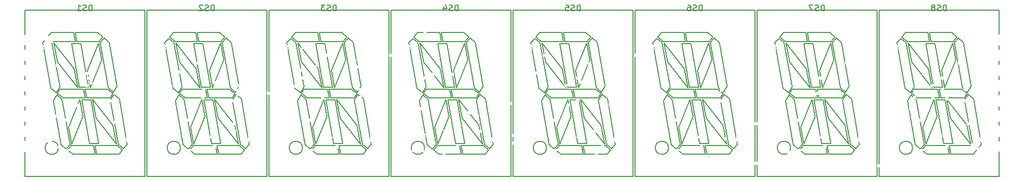
<source format=gbr>
G04 #@! TF.GenerationSoftware,KiCad,Pcbnew,(5.1.5-1-g2528d3844)*
G04 #@! TF.CreationDate,2020-01-09T15:51:35-05:00*
G04 #@! TF.ProjectId,8x16seg,38783136-7365-4672-9e6b-696361645f70,v1.0.0*
G04 #@! TF.SameCoordinates,Original*
G04 #@! TF.FileFunction,Legend,Bot*
G04 #@! TF.FilePolarity,Positive*
%FSLAX46Y46*%
G04 Gerber Fmt 4.6, Leading zero omitted, Abs format (unit mm)*
G04 Created by KiCad (PCBNEW (5.1.5-1-g2528d3844)) date 2020-01-09 15:51:35*
%MOMM*%
%LPD*%
G04 APERTURE LIST*
%ADD10C,0.150000*%
%ADD11O,1.801600X1.801600*%
%ADD12C,1.801600*%
%ADD13C,1.625600*%
%ADD14C,0.100000*%
%ADD15C,1.101600*%
%ADD16C,0.609600*%
%ADD17C,1.371600*%
G04 APERTURE END LIST*
D10*
X69218783Y-93171512D02*
X70551426Y-100729304D01*
X70638130Y-91480000D02*
X70008805Y-92230000D01*
X70008805Y-92230000D02*
X70902620Y-92980000D01*
X71605701Y-96342607D02*
X75003557Y-100640000D01*
X80886461Y-106937393D02*
X81435298Y-110050000D01*
X76240765Y-100890000D02*
X79961594Y-100890000D01*
X76505254Y-102390000D02*
X76240765Y-100890000D01*
X80422397Y-102390000D02*
X76505254Y-102390000D01*
X80281499Y-93140697D02*
X79387684Y-92390697D01*
X79387684Y-92390697D02*
X78758359Y-93140697D01*
X78758359Y-93140697D02*
X80086594Y-100673494D01*
X71445241Y-101479304D02*
X72028638Y-100468831D01*
X75533558Y-93280001D02*
X76822507Y-100590000D01*
X74010418Y-93280001D02*
X75533558Y-93280001D01*
X78037442Y-105752606D02*
X77488605Y-102640000D01*
X72028638Y-100468831D02*
X71445241Y-101479304D01*
X70741923Y-93171512D02*
X72028638Y-100468831D01*
X74846018Y-92980000D02*
X74581528Y-91480000D01*
X69848108Y-92421512D02*
X70741923Y-93171512D01*
X69218783Y-93171512D02*
X69848108Y-92421512D01*
X80422397Y-102390000D02*
X80855410Y-101640000D01*
X72210663Y-110139303D02*
X70928356Y-102866978D01*
X73104478Y-110889303D02*
X72210663Y-110139303D01*
X73733803Y-110139303D02*
X73104478Y-110889303D01*
X72405568Y-102606506D02*
X73733803Y-110139303D01*
X72069765Y-100890000D02*
X75986908Y-100890000D01*
X71636752Y-101640000D02*
X72069765Y-100890000D01*
X71636752Y-101640000D02*
X72530568Y-102390000D01*
X73526905Y-107238294D02*
X75356211Y-102640000D01*
X74022684Y-110050000D02*
X73526905Y-107238294D01*
X75851990Y-105451705D02*
X74022684Y-110050000D01*
X75356211Y-102640000D02*
X75851990Y-105451705D01*
X78469478Y-93230000D02*
X76640172Y-97828295D01*
X77488605Y-102640000D02*
X78037442Y-105752606D01*
X78037442Y-105752606D02*
X81435298Y-110050000D01*
X81435298Y-110050000D02*
X80886461Y-106937393D01*
X80086594Y-100673494D02*
X80980410Y-101423494D01*
X80980410Y-101423494D02*
X81563806Y-100413022D01*
X81563806Y-100413022D02*
X80281499Y-93140697D01*
X79387684Y-92390697D02*
X80281499Y-93140697D01*
X75299368Y-100590000D02*
X74010418Y-93280001D01*
X76822507Y-100590000D02*
X75299368Y-100590000D01*
X80886461Y-106937393D02*
X77488605Y-102640000D01*
X83273379Y-110108488D02*
X82644054Y-110858488D01*
X81940736Y-102550696D02*
X83273379Y-110108488D01*
X72210663Y-110139303D02*
X73104478Y-110889303D01*
X78758359Y-93140697D02*
X79387684Y-92390697D01*
X78302358Y-91480000D02*
X74581528Y-91480000D01*
X74581528Y-91480000D02*
X74846018Y-92980000D01*
X80980410Y-101423494D02*
X80086594Y-100673494D01*
X69848108Y-92421512D02*
X69218783Y-93171512D01*
X76640172Y-97828295D02*
X77135951Y-100640000D01*
X74592162Y-92980000D02*
X70902620Y-92980000D01*
X74327671Y-91480000D02*
X74592162Y-92980000D01*
X74846018Y-92980000D02*
X78566848Y-92980000D01*
X78566848Y-92980000D02*
X79196173Y-92230000D01*
X79196173Y-92230000D02*
X78302358Y-91480000D01*
X73295989Y-111050000D02*
X74189804Y-111800000D01*
X73526905Y-107238294D02*
X74022684Y-110050000D01*
X74022684Y-110050000D02*
X75851990Y-105451705D01*
X82644054Y-110858488D02*
X81750239Y-110108488D01*
X82483357Y-111050000D02*
X81854032Y-111800000D01*
X81589542Y-110300000D02*
X82483357Y-111050000D01*
X71511752Y-101856506D02*
X70928356Y-102866978D01*
X81046921Y-101800696D02*
X81940736Y-102550696D01*
X80463524Y-102811169D02*
X81046921Y-101800696D01*
X81750239Y-110108488D02*
X80463524Y-102811169D01*
X73295989Y-111050000D02*
X73925314Y-110300000D01*
X74189804Y-111800000D02*
X73295989Y-111050000D01*
X71511752Y-101856506D02*
X72405568Y-102606506D01*
X70928356Y-102866978D02*
X71511752Y-101856506D01*
X77135951Y-100640000D02*
X78965257Y-96041706D01*
X80855410Y-101640000D02*
X80422397Y-102390000D01*
X79961594Y-100890000D02*
X80855410Y-101640000D01*
X75669655Y-102690000D02*
X76958604Y-109999999D01*
X70551426Y-100729304D02*
X69218783Y-93171512D01*
X70638130Y-91480000D02*
X74327671Y-91480000D01*
X72530568Y-102390000D02*
X71636752Y-101640000D01*
X71445241Y-101479304D02*
X70551426Y-100729304D01*
X80463524Y-102811169D02*
X81750239Y-110108488D01*
X71056864Y-93230000D02*
X71605701Y-96342607D01*
X77488605Y-102640000D02*
X80886461Y-106937393D01*
X71789805Y-110700000D02*
G75*
G03X71789805Y-110700000I-1100000J0D01*
G01*
X77910634Y-111800000D02*
X74189804Y-111800000D01*
X77646144Y-110300000D02*
X77910634Y-111800000D01*
X73925314Y-110300000D02*
X77646144Y-110300000D01*
X71056864Y-93230000D02*
X74454720Y-97527394D01*
X71605701Y-96342607D02*
X71056864Y-93230000D01*
X76240765Y-100890000D02*
X76505254Y-102390000D01*
X70928356Y-102866978D02*
X72210663Y-110139303D01*
X78469478Y-93230000D02*
X78965257Y-96041706D01*
X76640172Y-97828295D02*
X78469478Y-93230000D01*
X77135951Y-100640000D02*
X76640172Y-97828295D01*
X78965257Y-96041706D02*
X77135951Y-100640000D01*
X76958604Y-109999999D02*
X75669655Y-102690000D01*
X75003557Y-100640000D02*
X71605701Y-96342607D01*
X74454720Y-97527394D02*
X75003557Y-100640000D01*
X70741923Y-93171512D02*
X69848108Y-92421512D01*
X74010418Y-93280001D02*
X75299368Y-100590000D01*
X70008805Y-92230000D02*
X70638130Y-91480000D01*
X70902620Y-92980000D02*
X70008805Y-92230000D01*
X80086594Y-100673494D02*
X78758359Y-93140697D01*
X77900000Y-110300000D02*
X81589542Y-110300000D01*
X78164491Y-111800000D02*
X77900000Y-110300000D01*
X81854032Y-111800000D02*
X78164491Y-111800000D01*
X76251397Y-102390000D02*
X72530568Y-102390000D01*
X75986908Y-100890000D02*
X76251397Y-102390000D01*
X81750239Y-110108488D02*
X82644054Y-110858488D01*
X76958604Y-109999999D02*
X78481744Y-109999999D01*
X78481744Y-109999999D02*
X77192794Y-102690000D01*
X77192794Y-102690000D02*
X75669655Y-102690000D01*
X82644054Y-110858488D02*
X83273379Y-110108488D01*
X79196173Y-92230000D02*
X78566848Y-92980000D01*
X77900000Y-110300000D02*
X78164491Y-111800000D01*
X66200000Y-115450000D02*
X66200000Y-87750000D01*
X86200000Y-115450000D02*
X66200000Y-115450000D01*
X86200000Y-87750000D02*
X86200000Y-115450000D01*
X66200000Y-87750000D02*
X86200000Y-87750000D01*
X211458783Y-93171512D02*
X212791426Y-100729304D01*
X212878130Y-91480000D02*
X212248805Y-92230000D01*
X212248805Y-92230000D02*
X213142620Y-92980000D01*
X213845701Y-96342607D02*
X217243557Y-100640000D01*
X223126461Y-106937393D02*
X223675298Y-110050000D01*
X218480765Y-100890000D02*
X222201594Y-100890000D01*
X218745254Y-102390000D02*
X218480765Y-100890000D01*
X222662397Y-102390000D02*
X218745254Y-102390000D01*
X222521499Y-93140697D02*
X221627684Y-92390697D01*
X221627684Y-92390697D02*
X220998359Y-93140697D01*
X220998359Y-93140697D02*
X222326594Y-100673494D01*
X213685241Y-101479304D02*
X214268638Y-100468831D01*
X217773558Y-93280001D02*
X219062507Y-100590000D01*
X216250418Y-93280001D02*
X217773558Y-93280001D01*
X220277442Y-105752606D02*
X219728605Y-102640000D01*
X214268638Y-100468831D02*
X213685241Y-101479304D01*
X212981923Y-93171512D02*
X214268638Y-100468831D01*
X217086018Y-92980000D02*
X216821528Y-91480000D01*
X212088108Y-92421512D02*
X212981923Y-93171512D01*
X211458783Y-93171512D02*
X212088108Y-92421512D01*
X222662397Y-102390000D02*
X223095410Y-101640000D01*
X214450663Y-110139303D02*
X213168356Y-102866978D01*
X215344478Y-110889303D02*
X214450663Y-110139303D01*
X215973803Y-110139303D02*
X215344478Y-110889303D01*
X214645568Y-102606506D02*
X215973803Y-110139303D01*
X214309765Y-100890000D02*
X218226908Y-100890000D01*
X213876752Y-101640000D02*
X214309765Y-100890000D01*
X213876752Y-101640000D02*
X214770568Y-102390000D01*
X215766905Y-107238294D02*
X217596211Y-102640000D01*
X216262684Y-110050000D02*
X215766905Y-107238294D01*
X218091990Y-105451705D02*
X216262684Y-110050000D01*
X217596211Y-102640000D02*
X218091990Y-105451705D01*
X220709478Y-93230000D02*
X218880172Y-97828295D01*
X219728605Y-102640000D02*
X220277442Y-105752606D01*
X220277442Y-105752606D02*
X223675298Y-110050000D01*
X223675298Y-110050000D02*
X223126461Y-106937393D01*
X222326594Y-100673494D02*
X223220410Y-101423494D01*
X223220410Y-101423494D02*
X223803806Y-100413022D01*
X223803806Y-100413022D02*
X222521499Y-93140697D01*
X221627684Y-92390697D02*
X222521499Y-93140697D01*
X217539368Y-100590000D02*
X216250418Y-93280001D01*
X219062507Y-100590000D02*
X217539368Y-100590000D01*
X223126461Y-106937393D02*
X219728605Y-102640000D01*
X225513379Y-110108488D02*
X224884054Y-110858488D01*
X224180736Y-102550696D02*
X225513379Y-110108488D01*
X214450663Y-110139303D02*
X215344478Y-110889303D01*
X220998359Y-93140697D02*
X221627684Y-92390697D01*
X220542358Y-91480000D02*
X216821528Y-91480000D01*
X216821528Y-91480000D02*
X217086018Y-92980000D01*
X223220410Y-101423494D02*
X222326594Y-100673494D01*
X212088108Y-92421512D02*
X211458783Y-93171512D01*
X218880172Y-97828295D02*
X219375951Y-100640000D01*
X216832162Y-92980000D02*
X213142620Y-92980000D01*
X216567671Y-91480000D02*
X216832162Y-92980000D01*
X217086018Y-92980000D02*
X220806848Y-92980000D01*
X220806848Y-92980000D02*
X221436173Y-92230000D01*
X221436173Y-92230000D02*
X220542358Y-91480000D01*
X215535989Y-111050000D02*
X216429804Y-111800000D01*
X215766905Y-107238294D02*
X216262684Y-110050000D01*
X216262684Y-110050000D02*
X218091990Y-105451705D01*
X224884054Y-110858488D02*
X223990239Y-110108488D01*
X224723357Y-111050000D02*
X224094032Y-111800000D01*
X223829542Y-110300000D02*
X224723357Y-111050000D01*
X213751752Y-101856506D02*
X213168356Y-102866978D01*
X223286921Y-101800696D02*
X224180736Y-102550696D01*
X222703524Y-102811169D02*
X223286921Y-101800696D01*
X223990239Y-110108488D02*
X222703524Y-102811169D01*
X215535989Y-111050000D02*
X216165314Y-110300000D01*
X216429804Y-111800000D02*
X215535989Y-111050000D01*
X213751752Y-101856506D02*
X214645568Y-102606506D01*
X213168356Y-102866978D02*
X213751752Y-101856506D01*
X219375951Y-100640000D02*
X221205257Y-96041706D01*
X223095410Y-101640000D02*
X222662397Y-102390000D01*
X222201594Y-100890000D02*
X223095410Y-101640000D01*
X217909655Y-102690000D02*
X219198604Y-109999999D01*
X212791426Y-100729304D02*
X211458783Y-93171512D01*
X212878130Y-91480000D02*
X216567671Y-91480000D01*
X214770568Y-102390000D02*
X213876752Y-101640000D01*
X213685241Y-101479304D02*
X212791426Y-100729304D01*
X222703524Y-102811169D02*
X223990239Y-110108488D01*
X213296864Y-93230000D02*
X213845701Y-96342607D01*
X219728605Y-102640000D02*
X223126461Y-106937393D01*
X214029805Y-110700000D02*
G75*
G03X214029805Y-110700000I-1100000J0D01*
G01*
X220150634Y-111800000D02*
X216429804Y-111800000D01*
X219886144Y-110300000D02*
X220150634Y-111800000D01*
X216165314Y-110300000D02*
X219886144Y-110300000D01*
X213296864Y-93230000D02*
X216694720Y-97527394D01*
X213845701Y-96342607D02*
X213296864Y-93230000D01*
X218480765Y-100890000D02*
X218745254Y-102390000D01*
X213168356Y-102866978D02*
X214450663Y-110139303D01*
X220709478Y-93230000D02*
X221205257Y-96041706D01*
X218880172Y-97828295D02*
X220709478Y-93230000D01*
X219375951Y-100640000D02*
X218880172Y-97828295D01*
X221205257Y-96041706D02*
X219375951Y-100640000D01*
X219198604Y-109999999D02*
X217909655Y-102690000D01*
X217243557Y-100640000D02*
X213845701Y-96342607D01*
X216694720Y-97527394D02*
X217243557Y-100640000D01*
X212981923Y-93171512D02*
X212088108Y-92421512D01*
X216250418Y-93280001D02*
X217539368Y-100590000D01*
X212248805Y-92230000D02*
X212878130Y-91480000D01*
X213142620Y-92980000D02*
X212248805Y-92230000D01*
X222326594Y-100673494D02*
X220998359Y-93140697D01*
X220140000Y-110300000D02*
X223829542Y-110300000D01*
X220404491Y-111800000D02*
X220140000Y-110300000D01*
X224094032Y-111800000D02*
X220404491Y-111800000D01*
X218491397Y-102390000D02*
X214770568Y-102390000D01*
X218226908Y-100890000D02*
X218491397Y-102390000D01*
X223990239Y-110108488D02*
X224884054Y-110858488D01*
X219198604Y-109999999D02*
X220721744Y-109999999D01*
X220721744Y-109999999D02*
X219432794Y-102690000D01*
X219432794Y-102690000D02*
X217909655Y-102690000D01*
X224884054Y-110858488D02*
X225513379Y-110108488D01*
X221436173Y-92230000D02*
X220806848Y-92980000D01*
X220140000Y-110300000D02*
X220404491Y-111800000D01*
X208440000Y-115450000D02*
X208440000Y-87750000D01*
X228440000Y-115450000D02*
X208440000Y-115450000D01*
X228440000Y-87750000D02*
X228440000Y-115450000D01*
X208440000Y-87750000D02*
X228440000Y-87750000D01*
X191138783Y-93171512D02*
X192471426Y-100729304D01*
X192558130Y-91480000D02*
X191928805Y-92230000D01*
X191928805Y-92230000D02*
X192822620Y-92980000D01*
X193525701Y-96342607D02*
X196923557Y-100640000D01*
X202806461Y-106937393D02*
X203355298Y-110050000D01*
X198160765Y-100890000D02*
X201881594Y-100890000D01*
X198425254Y-102390000D02*
X198160765Y-100890000D01*
X202342397Y-102390000D02*
X198425254Y-102390000D01*
X202201499Y-93140697D02*
X201307684Y-92390697D01*
X201307684Y-92390697D02*
X200678359Y-93140697D01*
X200678359Y-93140697D02*
X202006594Y-100673494D01*
X193365241Y-101479304D02*
X193948638Y-100468831D01*
X197453558Y-93280001D02*
X198742507Y-100590000D01*
X195930418Y-93280001D02*
X197453558Y-93280001D01*
X199957442Y-105752606D02*
X199408605Y-102640000D01*
X193948638Y-100468831D02*
X193365241Y-101479304D01*
X192661923Y-93171512D02*
X193948638Y-100468831D01*
X196766018Y-92980000D02*
X196501528Y-91480000D01*
X191768108Y-92421512D02*
X192661923Y-93171512D01*
X191138783Y-93171512D02*
X191768108Y-92421512D01*
X202342397Y-102390000D02*
X202775410Y-101640000D01*
X194130663Y-110139303D02*
X192848356Y-102866978D01*
X195024478Y-110889303D02*
X194130663Y-110139303D01*
X195653803Y-110139303D02*
X195024478Y-110889303D01*
X194325568Y-102606506D02*
X195653803Y-110139303D01*
X193989765Y-100890000D02*
X197906908Y-100890000D01*
X193556752Y-101640000D02*
X193989765Y-100890000D01*
X193556752Y-101640000D02*
X194450568Y-102390000D01*
X195446905Y-107238294D02*
X197276211Y-102640000D01*
X195942684Y-110050000D02*
X195446905Y-107238294D01*
X197771990Y-105451705D02*
X195942684Y-110050000D01*
X197276211Y-102640000D02*
X197771990Y-105451705D01*
X200389478Y-93230000D02*
X198560172Y-97828295D01*
X199408605Y-102640000D02*
X199957442Y-105752606D01*
X199957442Y-105752606D02*
X203355298Y-110050000D01*
X203355298Y-110050000D02*
X202806461Y-106937393D01*
X202006594Y-100673494D02*
X202900410Y-101423494D01*
X202900410Y-101423494D02*
X203483806Y-100413022D01*
X203483806Y-100413022D02*
X202201499Y-93140697D01*
X201307684Y-92390697D02*
X202201499Y-93140697D01*
X197219368Y-100590000D02*
X195930418Y-93280001D01*
X198742507Y-100590000D02*
X197219368Y-100590000D01*
X202806461Y-106937393D02*
X199408605Y-102640000D01*
X205193379Y-110108488D02*
X204564054Y-110858488D01*
X203860736Y-102550696D02*
X205193379Y-110108488D01*
X194130663Y-110139303D02*
X195024478Y-110889303D01*
X200678359Y-93140697D02*
X201307684Y-92390697D01*
X200222358Y-91480000D02*
X196501528Y-91480000D01*
X196501528Y-91480000D02*
X196766018Y-92980000D01*
X202900410Y-101423494D02*
X202006594Y-100673494D01*
X191768108Y-92421512D02*
X191138783Y-93171512D01*
X198560172Y-97828295D02*
X199055951Y-100640000D01*
X196512162Y-92980000D02*
X192822620Y-92980000D01*
X196247671Y-91480000D02*
X196512162Y-92980000D01*
X196766018Y-92980000D02*
X200486848Y-92980000D01*
X200486848Y-92980000D02*
X201116173Y-92230000D01*
X201116173Y-92230000D02*
X200222358Y-91480000D01*
X195215989Y-111050000D02*
X196109804Y-111800000D01*
X195446905Y-107238294D02*
X195942684Y-110050000D01*
X195942684Y-110050000D02*
X197771990Y-105451705D01*
X204564054Y-110858488D02*
X203670239Y-110108488D01*
X204403357Y-111050000D02*
X203774032Y-111800000D01*
X203509542Y-110300000D02*
X204403357Y-111050000D01*
X193431752Y-101856506D02*
X192848356Y-102866978D01*
X202966921Y-101800696D02*
X203860736Y-102550696D01*
X202383524Y-102811169D02*
X202966921Y-101800696D01*
X203670239Y-110108488D02*
X202383524Y-102811169D01*
X195215989Y-111050000D02*
X195845314Y-110300000D01*
X196109804Y-111800000D02*
X195215989Y-111050000D01*
X193431752Y-101856506D02*
X194325568Y-102606506D01*
X192848356Y-102866978D02*
X193431752Y-101856506D01*
X199055951Y-100640000D02*
X200885257Y-96041706D01*
X202775410Y-101640000D02*
X202342397Y-102390000D01*
X201881594Y-100890000D02*
X202775410Y-101640000D01*
X197589655Y-102690000D02*
X198878604Y-109999999D01*
X192471426Y-100729304D02*
X191138783Y-93171512D01*
X192558130Y-91480000D02*
X196247671Y-91480000D01*
X194450568Y-102390000D02*
X193556752Y-101640000D01*
X193365241Y-101479304D02*
X192471426Y-100729304D01*
X202383524Y-102811169D02*
X203670239Y-110108488D01*
X192976864Y-93230000D02*
X193525701Y-96342607D01*
X199408605Y-102640000D02*
X202806461Y-106937393D01*
X193709805Y-110700000D02*
G75*
G03X193709805Y-110700000I-1100000J0D01*
G01*
X199830634Y-111800000D02*
X196109804Y-111800000D01*
X199566144Y-110300000D02*
X199830634Y-111800000D01*
X195845314Y-110300000D02*
X199566144Y-110300000D01*
X192976864Y-93230000D02*
X196374720Y-97527394D01*
X193525701Y-96342607D02*
X192976864Y-93230000D01*
X198160765Y-100890000D02*
X198425254Y-102390000D01*
X192848356Y-102866978D02*
X194130663Y-110139303D01*
X200389478Y-93230000D02*
X200885257Y-96041706D01*
X198560172Y-97828295D02*
X200389478Y-93230000D01*
X199055951Y-100640000D02*
X198560172Y-97828295D01*
X200885257Y-96041706D02*
X199055951Y-100640000D01*
X198878604Y-109999999D02*
X197589655Y-102690000D01*
X196923557Y-100640000D02*
X193525701Y-96342607D01*
X196374720Y-97527394D02*
X196923557Y-100640000D01*
X192661923Y-93171512D02*
X191768108Y-92421512D01*
X195930418Y-93280001D02*
X197219368Y-100590000D01*
X191928805Y-92230000D02*
X192558130Y-91480000D01*
X192822620Y-92980000D02*
X191928805Y-92230000D01*
X202006594Y-100673494D02*
X200678359Y-93140697D01*
X199820000Y-110300000D02*
X203509542Y-110300000D01*
X200084491Y-111800000D02*
X199820000Y-110300000D01*
X203774032Y-111800000D02*
X200084491Y-111800000D01*
X198171397Y-102390000D02*
X194450568Y-102390000D01*
X197906908Y-100890000D02*
X198171397Y-102390000D01*
X203670239Y-110108488D02*
X204564054Y-110858488D01*
X198878604Y-109999999D02*
X200401744Y-109999999D01*
X200401744Y-109999999D02*
X199112794Y-102690000D01*
X199112794Y-102690000D02*
X197589655Y-102690000D01*
X204564054Y-110858488D02*
X205193379Y-110108488D01*
X201116173Y-92230000D02*
X200486848Y-92980000D01*
X199820000Y-110300000D02*
X200084491Y-111800000D01*
X188120000Y-115450000D02*
X188120000Y-87750000D01*
X208120000Y-115450000D02*
X188120000Y-115450000D01*
X208120000Y-87750000D02*
X208120000Y-115450000D01*
X188120000Y-87750000D02*
X208120000Y-87750000D01*
X170818783Y-93171512D02*
X172151426Y-100729304D01*
X172238130Y-91480000D02*
X171608805Y-92230000D01*
X171608805Y-92230000D02*
X172502620Y-92980000D01*
X173205701Y-96342607D02*
X176603557Y-100640000D01*
X182486461Y-106937393D02*
X183035298Y-110050000D01*
X177840765Y-100890000D02*
X181561594Y-100890000D01*
X178105254Y-102390000D02*
X177840765Y-100890000D01*
X182022397Y-102390000D02*
X178105254Y-102390000D01*
X181881499Y-93140697D02*
X180987684Y-92390697D01*
X180987684Y-92390697D02*
X180358359Y-93140697D01*
X180358359Y-93140697D02*
X181686594Y-100673494D01*
X173045241Y-101479304D02*
X173628638Y-100468831D01*
X177133558Y-93280001D02*
X178422507Y-100590000D01*
X175610418Y-93280001D02*
X177133558Y-93280001D01*
X179637442Y-105752606D02*
X179088605Y-102640000D01*
X173628638Y-100468831D02*
X173045241Y-101479304D01*
X172341923Y-93171512D02*
X173628638Y-100468831D01*
X176446018Y-92980000D02*
X176181528Y-91480000D01*
X171448108Y-92421512D02*
X172341923Y-93171512D01*
X170818783Y-93171512D02*
X171448108Y-92421512D01*
X182022397Y-102390000D02*
X182455410Y-101640000D01*
X173810663Y-110139303D02*
X172528356Y-102866978D01*
X174704478Y-110889303D02*
X173810663Y-110139303D01*
X175333803Y-110139303D02*
X174704478Y-110889303D01*
X174005568Y-102606506D02*
X175333803Y-110139303D01*
X173669765Y-100890000D02*
X177586908Y-100890000D01*
X173236752Y-101640000D02*
X173669765Y-100890000D01*
X173236752Y-101640000D02*
X174130568Y-102390000D01*
X175126905Y-107238294D02*
X176956211Y-102640000D01*
X175622684Y-110050000D02*
X175126905Y-107238294D01*
X177451990Y-105451705D02*
X175622684Y-110050000D01*
X176956211Y-102640000D02*
X177451990Y-105451705D01*
X180069478Y-93230000D02*
X178240172Y-97828295D01*
X179088605Y-102640000D02*
X179637442Y-105752606D01*
X179637442Y-105752606D02*
X183035298Y-110050000D01*
X183035298Y-110050000D02*
X182486461Y-106937393D01*
X181686594Y-100673494D02*
X182580410Y-101423494D01*
X182580410Y-101423494D02*
X183163806Y-100413022D01*
X183163806Y-100413022D02*
X181881499Y-93140697D01*
X180987684Y-92390697D02*
X181881499Y-93140697D01*
X176899368Y-100590000D02*
X175610418Y-93280001D01*
X178422507Y-100590000D02*
X176899368Y-100590000D01*
X182486461Y-106937393D02*
X179088605Y-102640000D01*
X184873379Y-110108488D02*
X184244054Y-110858488D01*
X183540736Y-102550696D02*
X184873379Y-110108488D01*
X173810663Y-110139303D02*
X174704478Y-110889303D01*
X180358359Y-93140697D02*
X180987684Y-92390697D01*
X179902358Y-91480000D02*
X176181528Y-91480000D01*
X176181528Y-91480000D02*
X176446018Y-92980000D01*
X182580410Y-101423494D02*
X181686594Y-100673494D01*
X171448108Y-92421512D02*
X170818783Y-93171512D01*
X178240172Y-97828295D02*
X178735951Y-100640000D01*
X176192162Y-92980000D02*
X172502620Y-92980000D01*
X175927671Y-91480000D02*
X176192162Y-92980000D01*
X176446018Y-92980000D02*
X180166848Y-92980000D01*
X180166848Y-92980000D02*
X180796173Y-92230000D01*
X180796173Y-92230000D02*
X179902358Y-91480000D01*
X174895989Y-111050000D02*
X175789804Y-111800000D01*
X175126905Y-107238294D02*
X175622684Y-110050000D01*
X175622684Y-110050000D02*
X177451990Y-105451705D01*
X184244054Y-110858488D02*
X183350239Y-110108488D01*
X184083357Y-111050000D02*
X183454032Y-111800000D01*
X183189542Y-110300000D02*
X184083357Y-111050000D01*
X173111752Y-101856506D02*
X172528356Y-102866978D01*
X182646921Y-101800696D02*
X183540736Y-102550696D01*
X182063524Y-102811169D02*
X182646921Y-101800696D01*
X183350239Y-110108488D02*
X182063524Y-102811169D01*
X174895989Y-111050000D02*
X175525314Y-110300000D01*
X175789804Y-111800000D02*
X174895989Y-111050000D01*
X173111752Y-101856506D02*
X174005568Y-102606506D01*
X172528356Y-102866978D02*
X173111752Y-101856506D01*
X178735951Y-100640000D02*
X180565257Y-96041706D01*
X182455410Y-101640000D02*
X182022397Y-102390000D01*
X181561594Y-100890000D02*
X182455410Y-101640000D01*
X177269655Y-102690000D02*
X178558604Y-109999999D01*
X172151426Y-100729304D02*
X170818783Y-93171512D01*
X172238130Y-91480000D02*
X175927671Y-91480000D01*
X174130568Y-102390000D02*
X173236752Y-101640000D01*
X173045241Y-101479304D02*
X172151426Y-100729304D01*
X182063524Y-102811169D02*
X183350239Y-110108488D01*
X172656864Y-93230000D02*
X173205701Y-96342607D01*
X179088605Y-102640000D02*
X182486461Y-106937393D01*
X173389805Y-110700000D02*
G75*
G03X173389805Y-110700000I-1100000J0D01*
G01*
X179510634Y-111800000D02*
X175789804Y-111800000D01*
X179246144Y-110300000D02*
X179510634Y-111800000D01*
X175525314Y-110300000D02*
X179246144Y-110300000D01*
X172656864Y-93230000D02*
X176054720Y-97527394D01*
X173205701Y-96342607D02*
X172656864Y-93230000D01*
X177840765Y-100890000D02*
X178105254Y-102390000D01*
X172528356Y-102866978D02*
X173810663Y-110139303D01*
X180069478Y-93230000D02*
X180565257Y-96041706D01*
X178240172Y-97828295D02*
X180069478Y-93230000D01*
X178735951Y-100640000D02*
X178240172Y-97828295D01*
X180565257Y-96041706D02*
X178735951Y-100640000D01*
X178558604Y-109999999D02*
X177269655Y-102690000D01*
X176603557Y-100640000D02*
X173205701Y-96342607D01*
X176054720Y-97527394D02*
X176603557Y-100640000D01*
X172341923Y-93171512D02*
X171448108Y-92421512D01*
X175610418Y-93280001D02*
X176899368Y-100590000D01*
X171608805Y-92230000D02*
X172238130Y-91480000D01*
X172502620Y-92980000D02*
X171608805Y-92230000D01*
X181686594Y-100673494D02*
X180358359Y-93140697D01*
X179500000Y-110300000D02*
X183189542Y-110300000D01*
X179764491Y-111800000D02*
X179500000Y-110300000D01*
X183454032Y-111800000D02*
X179764491Y-111800000D01*
X177851397Y-102390000D02*
X174130568Y-102390000D01*
X177586908Y-100890000D02*
X177851397Y-102390000D01*
X183350239Y-110108488D02*
X184244054Y-110858488D01*
X178558604Y-109999999D02*
X180081744Y-109999999D01*
X180081744Y-109999999D02*
X178792794Y-102690000D01*
X178792794Y-102690000D02*
X177269655Y-102690000D01*
X184244054Y-110858488D02*
X184873379Y-110108488D01*
X180796173Y-92230000D02*
X180166848Y-92980000D01*
X179500000Y-110300000D02*
X179764491Y-111800000D01*
X167800000Y-115450000D02*
X167800000Y-87750000D01*
X187800000Y-115450000D02*
X167800000Y-115450000D01*
X187800000Y-87750000D02*
X187800000Y-115450000D01*
X167800000Y-87750000D02*
X187800000Y-87750000D01*
X150498783Y-93171512D02*
X151831426Y-100729304D01*
X151918130Y-91480000D02*
X151288805Y-92230000D01*
X151288805Y-92230000D02*
X152182620Y-92980000D01*
X152885701Y-96342607D02*
X156283557Y-100640000D01*
X162166461Y-106937393D02*
X162715298Y-110050000D01*
X157520765Y-100890000D02*
X161241594Y-100890000D01*
X157785254Y-102390000D02*
X157520765Y-100890000D01*
X161702397Y-102390000D02*
X157785254Y-102390000D01*
X161561499Y-93140697D02*
X160667684Y-92390697D01*
X160667684Y-92390697D02*
X160038359Y-93140697D01*
X160038359Y-93140697D02*
X161366594Y-100673494D01*
X152725241Y-101479304D02*
X153308638Y-100468831D01*
X156813558Y-93280001D02*
X158102507Y-100590000D01*
X155290418Y-93280001D02*
X156813558Y-93280001D01*
X159317442Y-105752606D02*
X158768605Y-102640000D01*
X153308638Y-100468831D02*
X152725241Y-101479304D01*
X152021923Y-93171512D02*
X153308638Y-100468831D01*
X156126018Y-92980000D02*
X155861528Y-91480000D01*
X151128108Y-92421512D02*
X152021923Y-93171512D01*
X150498783Y-93171512D02*
X151128108Y-92421512D01*
X161702397Y-102390000D02*
X162135410Y-101640000D01*
X153490663Y-110139303D02*
X152208356Y-102866978D01*
X154384478Y-110889303D02*
X153490663Y-110139303D01*
X155013803Y-110139303D02*
X154384478Y-110889303D01*
X153685568Y-102606506D02*
X155013803Y-110139303D01*
X153349765Y-100890000D02*
X157266908Y-100890000D01*
X152916752Y-101640000D02*
X153349765Y-100890000D01*
X152916752Y-101640000D02*
X153810568Y-102390000D01*
X154806905Y-107238294D02*
X156636211Y-102640000D01*
X155302684Y-110050000D02*
X154806905Y-107238294D01*
X157131990Y-105451705D02*
X155302684Y-110050000D01*
X156636211Y-102640000D02*
X157131990Y-105451705D01*
X159749478Y-93230000D02*
X157920172Y-97828295D01*
X158768605Y-102640000D02*
X159317442Y-105752606D01*
X159317442Y-105752606D02*
X162715298Y-110050000D01*
X162715298Y-110050000D02*
X162166461Y-106937393D01*
X161366594Y-100673494D02*
X162260410Y-101423494D01*
X162260410Y-101423494D02*
X162843806Y-100413022D01*
X162843806Y-100413022D02*
X161561499Y-93140697D01*
X160667684Y-92390697D02*
X161561499Y-93140697D01*
X156579368Y-100590000D02*
X155290418Y-93280001D01*
X158102507Y-100590000D02*
X156579368Y-100590000D01*
X162166461Y-106937393D02*
X158768605Y-102640000D01*
X164553379Y-110108488D02*
X163924054Y-110858488D01*
X163220736Y-102550696D02*
X164553379Y-110108488D01*
X153490663Y-110139303D02*
X154384478Y-110889303D01*
X160038359Y-93140697D02*
X160667684Y-92390697D01*
X159582358Y-91480000D02*
X155861528Y-91480000D01*
X155861528Y-91480000D02*
X156126018Y-92980000D01*
X162260410Y-101423494D02*
X161366594Y-100673494D01*
X151128108Y-92421512D02*
X150498783Y-93171512D01*
X157920172Y-97828295D02*
X158415951Y-100640000D01*
X155872162Y-92980000D02*
X152182620Y-92980000D01*
X155607671Y-91480000D02*
X155872162Y-92980000D01*
X156126018Y-92980000D02*
X159846848Y-92980000D01*
X159846848Y-92980000D02*
X160476173Y-92230000D01*
X160476173Y-92230000D02*
X159582358Y-91480000D01*
X154575989Y-111050000D02*
X155469804Y-111800000D01*
X154806905Y-107238294D02*
X155302684Y-110050000D01*
X155302684Y-110050000D02*
X157131990Y-105451705D01*
X163924054Y-110858488D02*
X163030239Y-110108488D01*
X163763357Y-111050000D02*
X163134032Y-111800000D01*
X162869542Y-110300000D02*
X163763357Y-111050000D01*
X152791752Y-101856506D02*
X152208356Y-102866978D01*
X162326921Y-101800696D02*
X163220736Y-102550696D01*
X161743524Y-102811169D02*
X162326921Y-101800696D01*
X163030239Y-110108488D02*
X161743524Y-102811169D01*
X154575989Y-111050000D02*
X155205314Y-110300000D01*
X155469804Y-111800000D02*
X154575989Y-111050000D01*
X152791752Y-101856506D02*
X153685568Y-102606506D01*
X152208356Y-102866978D02*
X152791752Y-101856506D01*
X158415951Y-100640000D02*
X160245257Y-96041706D01*
X162135410Y-101640000D02*
X161702397Y-102390000D01*
X161241594Y-100890000D02*
X162135410Y-101640000D01*
X156949655Y-102690000D02*
X158238604Y-109999999D01*
X151831426Y-100729304D02*
X150498783Y-93171512D01*
X151918130Y-91480000D02*
X155607671Y-91480000D01*
X153810568Y-102390000D02*
X152916752Y-101640000D01*
X152725241Y-101479304D02*
X151831426Y-100729304D01*
X161743524Y-102811169D02*
X163030239Y-110108488D01*
X152336864Y-93230000D02*
X152885701Y-96342607D01*
X158768605Y-102640000D02*
X162166461Y-106937393D01*
X153069805Y-110700000D02*
G75*
G03X153069805Y-110700000I-1100000J0D01*
G01*
X159190634Y-111800000D02*
X155469804Y-111800000D01*
X158926144Y-110300000D02*
X159190634Y-111800000D01*
X155205314Y-110300000D02*
X158926144Y-110300000D01*
X152336864Y-93230000D02*
X155734720Y-97527394D01*
X152885701Y-96342607D02*
X152336864Y-93230000D01*
X157520765Y-100890000D02*
X157785254Y-102390000D01*
X152208356Y-102866978D02*
X153490663Y-110139303D01*
X159749478Y-93230000D02*
X160245257Y-96041706D01*
X157920172Y-97828295D02*
X159749478Y-93230000D01*
X158415951Y-100640000D02*
X157920172Y-97828295D01*
X160245257Y-96041706D02*
X158415951Y-100640000D01*
X158238604Y-109999999D02*
X156949655Y-102690000D01*
X156283557Y-100640000D02*
X152885701Y-96342607D01*
X155734720Y-97527394D02*
X156283557Y-100640000D01*
X152021923Y-93171512D02*
X151128108Y-92421512D01*
X155290418Y-93280001D02*
X156579368Y-100590000D01*
X151288805Y-92230000D02*
X151918130Y-91480000D01*
X152182620Y-92980000D02*
X151288805Y-92230000D01*
X161366594Y-100673494D02*
X160038359Y-93140697D01*
X159180000Y-110300000D02*
X162869542Y-110300000D01*
X159444491Y-111800000D02*
X159180000Y-110300000D01*
X163134032Y-111800000D02*
X159444491Y-111800000D01*
X157531397Y-102390000D02*
X153810568Y-102390000D01*
X157266908Y-100890000D02*
X157531397Y-102390000D01*
X163030239Y-110108488D02*
X163924054Y-110858488D01*
X158238604Y-109999999D02*
X159761744Y-109999999D01*
X159761744Y-109999999D02*
X158472794Y-102690000D01*
X158472794Y-102690000D02*
X156949655Y-102690000D01*
X163924054Y-110858488D02*
X164553379Y-110108488D01*
X160476173Y-92230000D02*
X159846848Y-92980000D01*
X159180000Y-110300000D02*
X159444491Y-111800000D01*
X147480000Y-115450000D02*
X147480000Y-87750000D01*
X167480000Y-115450000D02*
X147480000Y-115450000D01*
X167480000Y-87750000D02*
X167480000Y-115450000D01*
X147480000Y-87750000D02*
X167480000Y-87750000D01*
X130178783Y-93171512D02*
X131511426Y-100729304D01*
X131598130Y-91480000D02*
X130968805Y-92230000D01*
X130968805Y-92230000D02*
X131862620Y-92980000D01*
X132565701Y-96342607D02*
X135963557Y-100640000D01*
X141846461Y-106937393D02*
X142395298Y-110050000D01*
X137200765Y-100890000D02*
X140921594Y-100890000D01*
X137465254Y-102390000D02*
X137200765Y-100890000D01*
X141382397Y-102390000D02*
X137465254Y-102390000D01*
X141241499Y-93140697D02*
X140347684Y-92390697D01*
X140347684Y-92390697D02*
X139718359Y-93140697D01*
X139718359Y-93140697D02*
X141046594Y-100673494D01*
X132405241Y-101479304D02*
X132988638Y-100468831D01*
X136493558Y-93280001D02*
X137782507Y-100590000D01*
X134970418Y-93280001D02*
X136493558Y-93280001D01*
X138997442Y-105752606D02*
X138448605Y-102640000D01*
X132988638Y-100468831D02*
X132405241Y-101479304D01*
X131701923Y-93171512D02*
X132988638Y-100468831D01*
X135806018Y-92980000D02*
X135541528Y-91480000D01*
X130808108Y-92421512D02*
X131701923Y-93171512D01*
X130178783Y-93171512D02*
X130808108Y-92421512D01*
X141382397Y-102390000D02*
X141815410Y-101640000D01*
X133170663Y-110139303D02*
X131888356Y-102866978D01*
X134064478Y-110889303D02*
X133170663Y-110139303D01*
X134693803Y-110139303D02*
X134064478Y-110889303D01*
X133365568Y-102606506D02*
X134693803Y-110139303D01*
X133029765Y-100890000D02*
X136946908Y-100890000D01*
X132596752Y-101640000D02*
X133029765Y-100890000D01*
X132596752Y-101640000D02*
X133490568Y-102390000D01*
X134486905Y-107238294D02*
X136316211Y-102640000D01*
X134982684Y-110050000D02*
X134486905Y-107238294D01*
X136811990Y-105451705D02*
X134982684Y-110050000D01*
X136316211Y-102640000D02*
X136811990Y-105451705D01*
X139429478Y-93230000D02*
X137600172Y-97828295D01*
X138448605Y-102640000D02*
X138997442Y-105752606D01*
X138997442Y-105752606D02*
X142395298Y-110050000D01*
X142395298Y-110050000D02*
X141846461Y-106937393D01*
X141046594Y-100673494D02*
X141940410Y-101423494D01*
X141940410Y-101423494D02*
X142523806Y-100413022D01*
X142523806Y-100413022D02*
X141241499Y-93140697D01*
X140347684Y-92390697D02*
X141241499Y-93140697D01*
X136259368Y-100590000D02*
X134970418Y-93280001D01*
X137782507Y-100590000D02*
X136259368Y-100590000D01*
X141846461Y-106937393D02*
X138448605Y-102640000D01*
X144233379Y-110108488D02*
X143604054Y-110858488D01*
X142900736Y-102550696D02*
X144233379Y-110108488D01*
X133170663Y-110139303D02*
X134064478Y-110889303D01*
X139718359Y-93140697D02*
X140347684Y-92390697D01*
X139262358Y-91480000D02*
X135541528Y-91480000D01*
X135541528Y-91480000D02*
X135806018Y-92980000D01*
X141940410Y-101423494D02*
X141046594Y-100673494D01*
X130808108Y-92421512D02*
X130178783Y-93171512D01*
X137600172Y-97828295D02*
X138095951Y-100640000D01*
X135552162Y-92980000D02*
X131862620Y-92980000D01*
X135287671Y-91480000D02*
X135552162Y-92980000D01*
X135806018Y-92980000D02*
X139526848Y-92980000D01*
X139526848Y-92980000D02*
X140156173Y-92230000D01*
X140156173Y-92230000D02*
X139262358Y-91480000D01*
X134255989Y-111050000D02*
X135149804Y-111800000D01*
X134486905Y-107238294D02*
X134982684Y-110050000D01*
X134982684Y-110050000D02*
X136811990Y-105451705D01*
X143604054Y-110858488D02*
X142710239Y-110108488D01*
X143443357Y-111050000D02*
X142814032Y-111800000D01*
X142549542Y-110300000D02*
X143443357Y-111050000D01*
X132471752Y-101856506D02*
X131888356Y-102866978D01*
X142006921Y-101800696D02*
X142900736Y-102550696D01*
X141423524Y-102811169D02*
X142006921Y-101800696D01*
X142710239Y-110108488D02*
X141423524Y-102811169D01*
X134255989Y-111050000D02*
X134885314Y-110300000D01*
X135149804Y-111800000D02*
X134255989Y-111050000D01*
X132471752Y-101856506D02*
X133365568Y-102606506D01*
X131888356Y-102866978D02*
X132471752Y-101856506D01*
X138095951Y-100640000D02*
X139925257Y-96041706D01*
X141815410Y-101640000D02*
X141382397Y-102390000D01*
X140921594Y-100890000D02*
X141815410Y-101640000D01*
X136629655Y-102690000D02*
X137918604Y-109999999D01*
X131511426Y-100729304D02*
X130178783Y-93171512D01*
X131598130Y-91480000D02*
X135287671Y-91480000D01*
X133490568Y-102390000D02*
X132596752Y-101640000D01*
X132405241Y-101479304D02*
X131511426Y-100729304D01*
X141423524Y-102811169D02*
X142710239Y-110108488D01*
X132016864Y-93230000D02*
X132565701Y-96342607D01*
X138448605Y-102640000D02*
X141846461Y-106937393D01*
X132749805Y-110700000D02*
G75*
G03X132749805Y-110700000I-1100000J0D01*
G01*
X138870634Y-111800000D02*
X135149804Y-111800000D01*
X138606144Y-110300000D02*
X138870634Y-111800000D01*
X134885314Y-110300000D02*
X138606144Y-110300000D01*
X132016864Y-93230000D02*
X135414720Y-97527394D01*
X132565701Y-96342607D02*
X132016864Y-93230000D01*
X137200765Y-100890000D02*
X137465254Y-102390000D01*
X131888356Y-102866978D02*
X133170663Y-110139303D01*
X139429478Y-93230000D02*
X139925257Y-96041706D01*
X137600172Y-97828295D02*
X139429478Y-93230000D01*
X138095951Y-100640000D02*
X137600172Y-97828295D01*
X139925257Y-96041706D02*
X138095951Y-100640000D01*
X137918604Y-109999999D02*
X136629655Y-102690000D01*
X135963557Y-100640000D02*
X132565701Y-96342607D01*
X135414720Y-97527394D02*
X135963557Y-100640000D01*
X131701923Y-93171512D02*
X130808108Y-92421512D01*
X134970418Y-93280001D02*
X136259368Y-100590000D01*
X130968805Y-92230000D02*
X131598130Y-91480000D01*
X131862620Y-92980000D02*
X130968805Y-92230000D01*
X141046594Y-100673494D02*
X139718359Y-93140697D01*
X138860000Y-110300000D02*
X142549542Y-110300000D01*
X139124491Y-111800000D02*
X138860000Y-110300000D01*
X142814032Y-111800000D02*
X139124491Y-111800000D01*
X137211397Y-102390000D02*
X133490568Y-102390000D01*
X136946908Y-100890000D02*
X137211397Y-102390000D01*
X142710239Y-110108488D02*
X143604054Y-110858488D01*
X137918604Y-109999999D02*
X139441744Y-109999999D01*
X139441744Y-109999999D02*
X138152794Y-102690000D01*
X138152794Y-102690000D02*
X136629655Y-102690000D01*
X143604054Y-110858488D02*
X144233379Y-110108488D01*
X140156173Y-92230000D02*
X139526848Y-92980000D01*
X138860000Y-110300000D02*
X139124491Y-111800000D01*
X127160000Y-115450000D02*
X127160000Y-87750000D01*
X147160000Y-115450000D02*
X127160000Y-115450000D01*
X147160000Y-87750000D02*
X147160000Y-115450000D01*
X127160000Y-87750000D02*
X147160000Y-87750000D01*
X109858783Y-93171512D02*
X111191426Y-100729304D01*
X111278130Y-91480000D02*
X110648805Y-92230000D01*
X110648805Y-92230000D02*
X111542620Y-92980000D01*
X112245701Y-96342607D02*
X115643557Y-100640000D01*
X121526461Y-106937393D02*
X122075298Y-110050000D01*
X116880765Y-100890000D02*
X120601594Y-100890000D01*
X117145254Y-102390000D02*
X116880765Y-100890000D01*
X121062397Y-102390000D02*
X117145254Y-102390000D01*
X120921499Y-93140697D02*
X120027684Y-92390697D01*
X120027684Y-92390697D02*
X119398359Y-93140697D01*
X119398359Y-93140697D02*
X120726594Y-100673494D01*
X112085241Y-101479304D02*
X112668638Y-100468831D01*
X116173558Y-93280001D02*
X117462507Y-100590000D01*
X114650418Y-93280001D02*
X116173558Y-93280001D01*
X118677442Y-105752606D02*
X118128605Y-102640000D01*
X112668638Y-100468831D02*
X112085241Y-101479304D01*
X111381923Y-93171512D02*
X112668638Y-100468831D01*
X115486018Y-92980000D02*
X115221528Y-91480000D01*
X110488108Y-92421512D02*
X111381923Y-93171512D01*
X109858783Y-93171512D02*
X110488108Y-92421512D01*
X121062397Y-102390000D02*
X121495410Y-101640000D01*
X112850663Y-110139303D02*
X111568356Y-102866978D01*
X113744478Y-110889303D02*
X112850663Y-110139303D01*
X114373803Y-110139303D02*
X113744478Y-110889303D01*
X113045568Y-102606506D02*
X114373803Y-110139303D01*
X112709765Y-100890000D02*
X116626908Y-100890000D01*
X112276752Y-101640000D02*
X112709765Y-100890000D01*
X112276752Y-101640000D02*
X113170568Y-102390000D01*
X114166905Y-107238294D02*
X115996211Y-102640000D01*
X114662684Y-110050000D02*
X114166905Y-107238294D01*
X116491990Y-105451705D02*
X114662684Y-110050000D01*
X115996211Y-102640000D02*
X116491990Y-105451705D01*
X119109478Y-93230000D02*
X117280172Y-97828295D01*
X118128605Y-102640000D02*
X118677442Y-105752606D01*
X118677442Y-105752606D02*
X122075298Y-110050000D01*
X122075298Y-110050000D02*
X121526461Y-106937393D01*
X120726594Y-100673494D02*
X121620410Y-101423494D01*
X121620410Y-101423494D02*
X122203806Y-100413022D01*
X122203806Y-100413022D02*
X120921499Y-93140697D01*
X120027684Y-92390697D02*
X120921499Y-93140697D01*
X115939368Y-100590000D02*
X114650418Y-93280001D01*
X117462507Y-100590000D02*
X115939368Y-100590000D01*
X121526461Y-106937393D02*
X118128605Y-102640000D01*
X123913379Y-110108488D02*
X123284054Y-110858488D01*
X122580736Y-102550696D02*
X123913379Y-110108488D01*
X112850663Y-110139303D02*
X113744478Y-110889303D01*
X119398359Y-93140697D02*
X120027684Y-92390697D01*
X118942358Y-91480000D02*
X115221528Y-91480000D01*
X115221528Y-91480000D02*
X115486018Y-92980000D01*
X121620410Y-101423494D02*
X120726594Y-100673494D01*
X110488108Y-92421512D02*
X109858783Y-93171512D01*
X117280172Y-97828295D02*
X117775951Y-100640000D01*
X115232162Y-92980000D02*
X111542620Y-92980000D01*
X114967671Y-91480000D02*
X115232162Y-92980000D01*
X115486018Y-92980000D02*
X119206848Y-92980000D01*
X119206848Y-92980000D02*
X119836173Y-92230000D01*
X119836173Y-92230000D02*
X118942358Y-91480000D01*
X113935989Y-111050000D02*
X114829804Y-111800000D01*
X114166905Y-107238294D02*
X114662684Y-110050000D01*
X114662684Y-110050000D02*
X116491990Y-105451705D01*
X123284054Y-110858488D02*
X122390239Y-110108488D01*
X123123357Y-111050000D02*
X122494032Y-111800000D01*
X122229542Y-110300000D02*
X123123357Y-111050000D01*
X112151752Y-101856506D02*
X111568356Y-102866978D01*
X121686921Y-101800696D02*
X122580736Y-102550696D01*
X121103524Y-102811169D02*
X121686921Y-101800696D01*
X122390239Y-110108488D02*
X121103524Y-102811169D01*
X113935989Y-111050000D02*
X114565314Y-110300000D01*
X114829804Y-111800000D02*
X113935989Y-111050000D01*
X112151752Y-101856506D02*
X113045568Y-102606506D01*
X111568356Y-102866978D02*
X112151752Y-101856506D01*
X117775951Y-100640000D02*
X119605257Y-96041706D01*
X121495410Y-101640000D02*
X121062397Y-102390000D01*
X120601594Y-100890000D02*
X121495410Y-101640000D01*
X116309655Y-102690000D02*
X117598604Y-109999999D01*
X111191426Y-100729304D02*
X109858783Y-93171512D01*
X111278130Y-91480000D02*
X114967671Y-91480000D01*
X113170568Y-102390000D02*
X112276752Y-101640000D01*
X112085241Y-101479304D02*
X111191426Y-100729304D01*
X121103524Y-102811169D02*
X122390239Y-110108488D01*
X111696864Y-93230000D02*
X112245701Y-96342607D01*
X118128605Y-102640000D02*
X121526461Y-106937393D01*
X112429805Y-110700000D02*
G75*
G03X112429805Y-110700000I-1100000J0D01*
G01*
X118550634Y-111800000D02*
X114829804Y-111800000D01*
X118286144Y-110300000D02*
X118550634Y-111800000D01*
X114565314Y-110300000D02*
X118286144Y-110300000D01*
X111696864Y-93230000D02*
X115094720Y-97527394D01*
X112245701Y-96342607D02*
X111696864Y-93230000D01*
X116880765Y-100890000D02*
X117145254Y-102390000D01*
X111568356Y-102866978D02*
X112850663Y-110139303D01*
X119109478Y-93230000D02*
X119605257Y-96041706D01*
X117280172Y-97828295D02*
X119109478Y-93230000D01*
X117775951Y-100640000D02*
X117280172Y-97828295D01*
X119605257Y-96041706D02*
X117775951Y-100640000D01*
X117598604Y-109999999D02*
X116309655Y-102690000D01*
X115643557Y-100640000D02*
X112245701Y-96342607D01*
X115094720Y-97527394D02*
X115643557Y-100640000D01*
X111381923Y-93171512D02*
X110488108Y-92421512D01*
X114650418Y-93280001D02*
X115939368Y-100590000D01*
X110648805Y-92230000D02*
X111278130Y-91480000D01*
X111542620Y-92980000D02*
X110648805Y-92230000D01*
X120726594Y-100673494D02*
X119398359Y-93140697D01*
X118540000Y-110300000D02*
X122229542Y-110300000D01*
X118804491Y-111800000D02*
X118540000Y-110300000D01*
X122494032Y-111800000D02*
X118804491Y-111800000D01*
X116891397Y-102390000D02*
X113170568Y-102390000D01*
X116626908Y-100890000D02*
X116891397Y-102390000D01*
X122390239Y-110108488D02*
X123284054Y-110858488D01*
X117598604Y-109999999D02*
X119121744Y-109999999D01*
X119121744Y-109999999D02*
X117832794Y-102690000D01*
X117832794Y-102690000D02*
X116309655Y-102690000D01*
X123284054Y-110858488D02*
X123913379Y-110108488D01*
X119836173Y-92230000D02*
X119206848Y-92980000D01*
X118540000Y-110300000D02*
X118804491Y-111800000D01*
X106840000Y-115450000D02*
X106840000Y-87750000D01*
X126840000Y-115450000D02*
X106840000Y-115450000D01*
X126840000Y-87750000D02*
X126840000Y-115450000D01*
X106840000Y-87750000D02*
X126840000Y-87750000D01*
X89538783Y-93171512D02*
X90871426Y-100729304D01*
X90958130Y-91480000D02*
X90328805Y-92230000D01*
X90328805Y-92230000D02*
X91222620Y-92980000D01*
X91925701Y-96342607D02*
X95323557Y-100640000D01*
X101206461Y-106937393D02*
X101755298Y-110050000D01*
X96560765Y-100890000D02*
X100281594Y-100890000D01*
X96825254Y-102390000D02*
X96560765Y-100890000D01*
X100742397Y-102390000D02*
X96825254Y-102390000D01*
X100601499Y-93140697D02*
X99707684Y-92390697D01*
X99707684Y-92390697D02*
X99078359Y-93140697D01*
X99078359Y-93140697D02*
X100406594Y-100673494D01*
X91765241Y-101479304D02*
X92348638Y-100468831D01*
X95853558Y-93280001D02*
X97142507Y-100590000D01*
X94330418Y-93280001D02*
X95853558Y-93280001D01*
X98357442Y-105752606D02*
X97808605Y-102640000D01*
X92348638Y-100468831D02*
X91765241Y-101479304D01*
X91061923Y-93171512D02*
X92348638Y-100468831D01*
X95166018Y-92980000D02*
X94901528Y-91480000D01*
X90168108Y-92421512D02*
X91061923Y-93171512D01*
X89538783Y-93171512D02*
X90168108Y-92421512D01*
X100742397Y-102390000D02*
X101175410Y-101640000D01*
X92530663Y-110139303D02*
X91248356Y-102866978D01*
X93424478Y-110889303D02*
X92530663Y-110139303D01*
X94053803Y-110139303D02*
X93424478Y-110889303D01*
X92725568Y-102606506D02*
X94053803Y-110139303D01*
X92389765Y-100890000D02*
X96306908Y-100890000D01*
X91956752Y-101640000D02*
X92389765Y-100890000D01*
X91956752Y-101640000D02*
X92850568Y-102390000D01*
X93846905Y-107238294D02*
X95676211Y-102640000D01*
X94342684Y-110050000D02*
X93846905Y-107238294D01*
X96171990Y-105451705D02*
X94342684Y-110050000D01*
X95676211Y-102640000D02*
X96171990Y-105451705D01*
X98789478Y-93230000D02*
X96960172Y-97828295D01*
X97808605Y-102640000D02*
X98357442Y-105752606D01*
X98357442Y-105752606D02*
X101755298Y-110050000D01*
X101755298Y-110050000D02*
X101206461Y-106937393D01*
X100406594Y-100673494D02*
X101300410Y-101423494D01*
X101300410Y-101423494D02*
X101883806Y-100413022D01*
X101883806Y-100413022D02*
X100601499Y-93140697D01*
X99707684Y-92390697D02*
X100601499Y-93140697D01*
X95619368Y-100590000D02*
X94330418Y-93280001D01*
X97142507Y-100590000D02*
X95619368Y-100590000D01*
X101206461Y-106937393D02*
X97808605Y-102640000D01*
X103593379Y-110108488D02*
X102964054Y-110858488D01*
X102260736Y-102550696D02*
X103593379Y-110108488D01*
X92530663Y-110139303D02*
X93424478Y-110889303D01*
X99078359Y-93140697D02*
X99707684Y-92390697D01*
X98622358Y-91480000D02*
X94901528Y-91480000D01*
X94901528Y-91480000D02*
X95166018Y-92980000D01*
X101300410Y-101423494D02*
X100406594Y-100673494D01*
X90168108Y-92421512D02*
X89538783Y-93171512D01*
X96960172Y-97828295D02*
X97455951Y-100640000D01*
X94912162Y-92980000D02*
X91222620Y-92980000D01*
X94647671Y-91480000D02*
X94912162Y-92980000D01*
X95166018Y-92980000D02*
X98886848Y-92980000D01*
X98886848Y-92980000D02*
X99516173Y-92230000D01*
X99516173Y-92230000D02*
X98622358Y-91480000D01*
X93615989Y-111050000D02*
X94509804Y-111800000D01*
X93846905Y-107238294D02*
X94342684Y-110050000D01*
X94342684Y-110050000D02*
X96171990Y-105451705D01*
X102964054Y-110858488D02*
X102070239Y-110108488D01*
X102803357Y-111050000D02*
X102174032Y-111800000D01*
X101909542Y-110300000D02*
X102803357Y-111050000D01*
X91831752Y-101856506D02*
X91248356Y-102866978D01*
X101366921Y-101800696D02*
X102260736Y-102550696D01*
X100783524Y-102811169D02*
X101366921Y-101800696D01*
X102070239Y-110108488D02*
X100783524Y-102811169D01*
X93615989Y-111050000D02*
X94245314Y-110300000D01*
X94509804Y-111800000D02*
X93615989Y-111050000D01*
X91831752Y-101856506D02*
X92725568Y-102606506D01*
X91248356Y-102866978D02*
X91831752Y-101856506D01*
X97455951Y-100640000D02*
X99285257Y-96041706D01*
X101175410Y-101640000D02*
X100742397Y-102390000D01*
X100281594Y-100890000D02*
X101175410Y-101640000D01*
X95989655Y-102690000D02*
X97278604Y-109999999D01*
X90871426Y-100729304D02*
X89538783Y-93171512D01*
X90958130Y-91480000D02*
X94647671Y-91480000D01*
X92850568Y-102390000D02*
X91956752Y-101640000D01*
X91765241Y-101479304D02*
X90871426Y-100729304D01*
X100783524Y-102811169D02*
X102070239Y-110108488D01*
X91376864Y-93230000D02*
X91925701Y-96342607D01*
X97808605Y-102640000D02*
X101206461Y-106937393D01*
X92109805Y-110700000D02*
G75*
G03X92109805Y-110700000I-1100000J0D01*
G01*
X98230634Y-111800000D02*
X94509804Y-111800000D01*
X97966144Y-110300000D02*
X98230634Y-111800000D01*
X94245314Y-110300000D02*
X97966144Y-110300000D01*
X91376864Y-93230000D02*
X94774720Y-97527394D01*
X91925701Y-96342607D02*
X91376864Y-93230000D01*
X96560765Y-100890000D02*
X96825254Y-102390000D01*
X91248356Y-102866978D02*
X92530663Y-110139303D01*
X98789478Y-93230000D02*
X99285257Y-96041706D01*
X96960172Y-97828295D02*
X98789478Y-93230000D01*
X97455951Y-100640000D02*
X96960172Y-97828295D01*
X99285257Y-96041706D02*
X97455951Y-100640000D01*
X97278604Y-109999999D02*
X95989655Y-102690000D01*
X95323557Y-100640000D02*
X91925701Y-96342607D01*
X94774720Y-97527394D02*
X95323557Y-100640000D01*
X91061923Y-93171512D02*
X90168108Y-92421512D01*
X94330418Y-93280001D02*
X95619368Y-100590000D01*
X90328805Y-92230000D02*
X90958130Y-91480000D01*
X91222620Y-92980000D02*
X90328805Y-92230000D01*
X100406594Y-100673494D02*
X99078359Y-93140697D01*
X98220000Y-110300000D02*
X101909542Y-110300000D01*
X98484491Y-111800000D02*
X98220000Y-110300000D01*
X102174032Y-111800000D02*
X98484491Y-111800000D01*
X96571397Y-102390000D02*
X92850568Y-102390000D01*
X96306908Y-100890000D02*
X96571397Y-102390000D01*
X102070239Y-110108488D02*
X102964054Y-110858488D01*
X97278604Y-109999999D02*
X98801744Y-109999999D01*
X98801744Y-109999999D02*
X97512794Y-102690000D01*
X97512794Y-102690000D02*
X95989655Y-102690000D01*
X102964054Y-110858488D02*
X103593379Y-110108488D01*
X99516173Y-92230000D02*
X98886848Y-92980000D01*
X98220000Y-110300000D02*
X98484491Y-111800000D01*
X86520000Y-115450000D02*
X86520000Y-87750000D01*
X106520000Y-115450000D02*
X86520000Y-115450000D01*
X106520000Y-87750000D02*
X106520000Y-115450000D01*
X86520000Y-87750000D02*
X106520000Y-87750000D01*
X77414285Y-87828380D02*
X77414285Y-86828380D01*
X77176190Y-86828380D01*
X77033333Y-86876000D01*
X76938095Y-86971238D01*
X76890476Y-87066476D01*
X76842857Y-87256952D01*
X76842857Y-87399809D01*
X76890476Y-87590285D01*
X76938095Y-87685523D01*
X77033333Y-87780761D01*
X77176190Y-87828380D01*
X77414285Y-87828380D01*
X76461904Y-87780761D02*
X76319047Y-87828380D01*
X76080952Y-87828380D01*
X75985714Y-87780761D01*
X75938095Y-87733142D01*
X75890476Y-87637904D01*
X75890476Y-87542666D01*
X75938095Y-87447428D01*
X75985714Y-87399809D01*
X76080952Y-87352190D01*
X76271428Y-87304571D01*
X76366666Y-87256952D01*
X76414285Y-87209333D01*
X76461904Y-87114095D01*
X76461904Y-87018857D01*
X76414285Y-86923619D01*
X76366666Y-86876000D01*
X76271428Y-86828380D01*
X76033333Y-86828380D01*
X75890476Y-86876000D01*
X74938095Y-87828380D02*
X75509523Y-87828380D01*
X75223809Y-87828380D02*
X75223809Y-86828380D01*
X75319047Y-86971238D01*
X75414285Y-87066476D01*
X75509523Y-87114095D01*
X219654285Y-87828380D02*
X219654285Y-86828380D01*
X219416190Y-86828380D01*
X219273333Y-86876000D01*
X219178095Y-86971238D01*
X219130476Y-87066476D01*
X219082857Y-87256952D01*
X219082857Y-87399809D01*
X219130476Y-87590285D01*
X219178095Y-87685523D01*
X219273333Y-87780761D01*
X219416190Y-87828380D01*
X219654285Y-87828380D01*
X218701904Y-87780761D02*
X218559047Y-87828380D01*
X218320952Y-87828380D01*
X218225714Y-87780761D01*
X218178095Y-87733142D01*
X218130476Y-87637904D01*
X218130476Y-87542666D01*
X218178095Y-87447428D01*
X218225714Y-87399809D01*
X218320952Y-87352190D01*
X218511428Y-87304571D01*
X218606666Y-87256952D01*
X218654285Y-87209333D01*
X218701904Y-87114095D01*
X218701904Y-87018857D01*
X218654285Y-86923619D01*
X218606666Y-86876000D01*
X218511428Y-86828380D01*
X218273333Y-86828380D01*
X218130476Y-86876000D01*
X217559047Y-87256952D02*
X217654285Y-87209333D01*
X217701904Y-87161714D01*
X217749523Y-87066476D01*
X217749523Y-87018857D01*
X217701904Y-86923619D01*
X217654285Y-86876000D01*
X217559047Y-86828380D01*
X217368571Y-86828380D01*
X217273333Y-86876000D01*
X217225714Y-86923619D01*
X217178095Y-87018857D01*
X217178095Y-87066476D01*
X217225714Y-87161714D01*
X217273333Y-87209333D01*
X217368571Y-87256952D01*
X217559047Y-87256952D01*
X217654285Y-87304571D01*
X217701904Y-87352190D01*
X217749523Y-87447428D01*
X217749523Y-87637904D01*
X217701904Y-87733142D01*
X217654285Y-87780761D01*
X217559047Y-87828380D01*
X217368571Y-87828380D01*
X217273333Y-87780761D01*
X217225714Y-87733142D01*
X217178095Y-87637904D01*
X217178095Y-87447428D01*
X217225714Y-87352190D01*
X217273333Y-87304571D01*
X217368571Y-87256952D01*
X199334285Y-87828380D02*
X199334285Y-86828380D01*
X199096190Y-86828380D01*
X198953333Y-86876000D01*
X198858095Y-86971238D01*
X198810476Y-87066476D01*
X198762857Y-87256952D01*
X198762857Y-87399809D01*
X198810476Y-87590285D01*
X198858095Y-87685523D01*
X198953333Y-87780761D01*
X199096190Y-87828380D01*
X199334285Y-87828380D01*
X198381904Y-87780761D02*
X198239047Y-87828380D01*
X198000952Y-87828380D01*
X197905714Y-87780761D01*
X197858095Y-87733142D01*
X197810476Y-87637904D01*
X197810476Y-87542666D01*
X197858095Y-87447428D01*
X197905714Y-87399809D01*
X198000952Y-87352190D01*
X198191428Y-87304571D01*
X198286666Y-87256952D01*
X198334285Y-87209333D01*
X198381904Y-87114095D01*
X198381904Y-87018857D01*
X198334285Y-86923619D01*
X198286666Y-86876000D01*
X198191428Y-86828380D01*
X197953333Y-86828380D01*
X197810476Y-86876000D01*
X197477142Y-86828380D02*
X196810476Y-86828380D01*
X197239047Y-87828380D01*
X179014285Y-87828380D02*
X179014285Y-86828380D01*
X178776190Y-86828380D01*
X178633333Y-86876000D01*
X178538095Y-86971238D01*
X178490476Y-87066476D01*
X178442857Y-87256952D01*
X178442857Y-87399809D01*
X178490476Y-87590285D01*
X178538095Y-87685523D01*
X178633333Y-87780761D01*
X178776190Y-87828380D01*
X179014285Y-87828380D01*
X178061904Y-87780761D02*
X177919047Y-87828380D01*
X177680952Y-87828380D01*
X177585714Y-87780761D01*
X177538095Y-87733142D01*
X177490476Y-87637904D01*
X177490476Y-87542666D01*
X177538095Y-87447428D01*
X177585714Y-87399809D01*
X177680952Y-87352190D01*
X177871428Y-87304571D01*
X177966666Y-87256952D01*
X178014285Y-87209333D01*
X178061904Y-87114095D01*
X178061904Y-87018857D01*
X178014285Y-86923619D01*
X177966666Y-86876000D01*
X177871428Y-86828380D01*
X177633333Y-86828380D01*
X177490476Y-86876000D01*
X176633333Y-86828380D02*
X176823809Y-86828380D01*
X176919047Y-86876000D01*
X176966666Y-86923619D01*
X177061904Y-87066476D01*
X177109523Y-87256952D01*
X177109523Y-87637904D01*
X177061904Y-87733142D01*
X177014285Y-87780761D01*
X176919047Y-87828380D01*
X176728571Y-87828380D01*
X176633333Y-87780761D01*
X176585714Y-87733142D01*
X176538095Y-87637904D01*
X176538095Y-87399809D01*
X176585714Y-87304571D01*
X176633333Y-87256952D01*
X176728571Y-87209333D01*
X176919047Y-87209333D01*
X177014285Y-87256952D01*
X177061904Y-87304571D01*
X177109523Y-87399809D01*
X158694285Y-87828380D02*
X158694285Y-86828380D01*
X158456190Y-86828380D01*
X158313333Y-86876000D01*
X158218095Y-86971238D01*
X158170476Y-87066476D01*
X158122857Y-87256952D01*
X158122857Y-87399809D01*
X158170476Y-87590285D01*
X158218095Y-87685523D01*
X158313333Y-87780761D01*
X158456190Y-87828380D01*
X158694285Y-87828380D01*
X157741904Y-87780761D02*
X157599047Y-87828380D01*
X157360952Y-87828380D01*
X157265714Y-87780761D01*
X157218095Y-87733142D01*
X157170476Y-87637904D01*
X157170476Y-87542666D01*
X157218095Y-87447428D01*
X157265714Y-87399809D01*
X157360952Y-87352190D01*
X157551428Y-87304571D01*
X157646666Y-87256952D01*
X157694285Y-87209333D01*
X157741904Y-87114095D01*
X157741904Y-87018857D01*
X157694285Y-86923619D01*
X157646666Y-86876000D01*
X157551428Y-86828380D01*
X157313333Y-86828380D01*
X157170476Y-86876000D01*
X156265714Y-86828380D02*
X156741904Y-86828380D01*
X156789523Y-87304571D01*
X156741904Y-87256952D01*
X156646666Y-87209333D01*
X156408571Y-87209333D01*
X156313333Y-87256952D01*
X156265714Y-87304571D01*
X156218095Y-87399809D01*
X156218095Y-87637904D01*
X156265714Y-87733142D01*
X156313333Y-87780761D01*
X156408571Y-87828380D01*
X156646666Y-87828380D01*
X156741904Y-87780761D01*
X156789523Y-87733142D01*
X138374285Y-87828380D02*
X138374285Y-86828380D01*
X138136190Y-86828380D01*
X137993333Y-86876000D01*
X137898095Y-86971238D01*
X137850476Y-87066476D01*
X137802857Y-87256952D01*
X137802857Y-87399809D01*
X137850476Y-87590285D01*
X137898095Y-87685523D01*
X137993333Y-87780761D01*
X138136190Y-87828380D01*
X138374285Y-87828380D01*
X137421904Y-87780761D02*
X137279047Y-87828380D01*
X137040952Y-87828380D01*
X136945714Y-87780761D01*
X136898095Y-87733142D01*
X136850476Y-87637904D01*
X136850476Y-87542666D01*
X136898095Y-87447428D01*
X136945714Y-87399809D01*
X137040952Y-87352190D01*
X137231428Y-87304571D01*
X137326666Y-87256952D01*
X137374285Y-87209333D01*
X137421904Y-87114095D01*
X137421904Y-87018857D01*
X137374285Y-86923619D01*
X137326666Y-86876000D01*
X137231428Y-86828380D01*
X136993333Y-86828380D01*
X136850476Y-86876000D01*
X135993333Y-87161714D02*
X135993333Y-87828380D01*
X136231428Y-86780761D02*
X136469523Y-87495047D01*
X135850476Y-87495047D01*
X118054285Y-87828380D02*
X118054285Y-86828380D01*
X117816190Y-86828380D01*
X117673333Y-86876000D01*
X117578095Y-86971238D01*
X117530476Y-87066476D01*
X117482857Y-87256952D01*
X117482857Y-87399809D01*
X117530476Y-87590285D01*
X117578095Y-87685523D01*
X117673333Y-87780761D01*
X117816190Y-87828380D01*
X118054285Y-87828380D01*
X117101904Y-87780761D02*
X116959047Y-87828380D01*
X116720952Y-87828380D01*
X116625714Y-87780761D01*
X116578095Y-87733142D01*
X116530476Y-87637904D01*
X116530476Y-87542666D01*
X116578095Y-87447428D01*
X116625714Y-87399809D01*
X116720952Y-87352190D01*
X116911428Y-87304571D01*
X117006666Y-87256952D01*
X117054285Y-87209333D01*
X117101904Y-87114095D01*
X117101904Y-87018857D01*
X117054285Y-86923619D01*
X117006666Y-86876000D01*
X116911428Y-86828380D01*
X116673333Y-86828380D01*
X116530476Y-86876000D01*
X116197142Y-86828380D02*
X115578095Y-86828380D01*
X115911428Y-87209333D01*
X115768571Y-87209333D01*
X115673333Y-87256952D01*
X115625714Y-87304571D01*
X115578095Y-87399809D01*
X115578095Y-87637904D01*
X115625714Y-87733142D01*
X115673333Y-87780761D01*
X115768571Y-87828380D01*
X116054285Y-87828380D01*
X116149523Y-87780761D01*
X116197142Y-87733142D01*
X97734285Y-87828380D02*
X97734285Y-86828380D01*
X97496190Y-86828380D01*
X97353333Y-86876000D01*
X97258095Y-86971238D01*
X97210476Y-87066476D01*
X97162857Y-87256952D01*
X97162857Y-87399809D01*
X97210476Y-87590285D01*
X97258095Y-87685523D01*
X97353333Y-87780761D01*
X97496190Y-87828380D01*
X97734285Y-87828380D01*
X96781904Y-87780761D02*
X96639047Y-87828380D01*
X96400952Y-87828380D01*
X96305714Y-87780761D01*
X96258095Y-87733142D01*
X96210476Y-87637904D01*
X96210476Y-87542666D01*
X96258095Y-87447428D01*
X96305714Y-87399809D01*
X96400952Y-87352190D01*
X96591428Y-87304571D01*
X96686666Y-87256952D01*
X96734285Y-87209333D01*
X96781904Y-87114095D01*
X96781904Y-87018857D01*
X96734285Y-86923619D01*
X96686666Y-86876000D01*
X96591428Y-86828380D01*
X96353333Y-86828380D01*
X96210476Y-86876000D01*
X95829523Y-86923619D02*
X95781904Y-86876000D01*
X95686666Y-86828380D01*
X95448571Y-86828380D01*
X95353333Y-86876000D01*
X95305714Y-86923619D01*
X95258095Y-87018857D01*
X95258095Y-87114095D01*
X95305714Y-87256952D01*
X95877142Y-87828380D01*
X95258095Y-87828380D01*
%LPC*%
D11*
X228440000Y-92710000D03*
X228440000Y-95250000D03*
X228440000Y-97790000D03*
X228440000Y-100330000D03*
X228440000Y-102870000D03*
X228440000Y-105410000D03*
X228440000Y-107950000D03*
D12*
X228440000Y-110490000D03*
D11*
X66200000Y-110490000D03*
X66200000Y-107950000D03*
X66200000Y-105410000D03*
X66200000Y-102870000D03*
X66200000Y-100330000D03*
X66200000Y-97790000D03*
X66200000Y-95250000D03*
D12*
X66200000Y-92710000D03*
D13*
X68580000Y-91440000D03*
X68580000Y-93980000D03*
X68580000Y-96520000D03*
X68580000Y-99060000D03*
X68580000Y-101600000D03*
X68580000Y-104140000D03*
X68580000Y-106680000D03*
X68580000Y-109220000D03*
X68580000Y-111760000D03*
X83820000Y-111760000D03*
X83820000Y-109220000D03*
X83820000Y-106680000D03*
X83820000Y-104140000D03*
X83820000Y-101600000D03*
X83820000Y-99060000D03*
X83820000Y-96520000D03*
X83820000Y-93980000D03*
D14*
G36*
X84266234Y-90629157D02*
G01*
X84305685Y-90635009D01*
X84344372Y-90644699D01*
X84381923Y-90658135D01*
X84417976Y-90675187D01*
X84452184Y-90695691D01*
X84484217Y-90719449D01*
X84513768Y-90746232D01*
X84540551Y-90775783D01*
X84564309Y-90807816D01*
X84584813Y-90842024D01*
X84601865Y-90878077D01*
X84615301Y-90915628D01*
X84624991Y-90954315D01*
X84630843Y-90993766D01*
X84632800Y-91033600D01*
X84632800Y-91846400D01*
X84630843Y-91886234D01*
X84624991Y-91925685D01*
X84615301Y-91964372D01*
X84601865Y-92001923D01*
X84584813Y-92037976D01*
X84564309Y-92072184D01*
X84540551Y-92104217D01*
X84513768Y-92133768D01*
X84484217Y-92160551D01*
X84452184Y-92184309D01*
X84417976Y-92204813D01*
X84381923Y-92221865D01*
X84344372Y-92235301D01*
X84305685Y-92244991D01*
X84266234Y-92250843D01*
X84226400Y-92252800D01*
X83413600Y-92252800D01*
X83373766Y-92250843D01*
X83334315Y-92244991D01*
X83295628Y-92235301D01*
X83258077Y-92221865D01*
X83222024Y-92204813D01*
X83187816Y-92184309D01*
X83155783Y-92160551D01*
X83126232Y-92133768D01*
X83099449Y-92104217D01*
X83075691Y-92072184D01*
X83055187Y-92037976D01*
X83038135Y-92001923D01*
X83024699Y-91964372D01*
X83015009Y-91925685D01*
X83009157Y-91886234D01*
X83007200Y-91846400D01*
X83007200Y-91033600D01*
X83009157Y-90993766D01*
X83015009Y-90954315D01*
X83024699Y-90915628D01*
X83038135Y-90878077D01*
X83055187Y-90842024D01*
X83075691Y-90807816D01*
X83099449Y-90775783D01*
X83126232Y-90746232D01*
X83155783Y-90719449D01*
X83187816Y-90695691D01*
X83222024Y-90675187D01*
X83258077Y-90658135D01*
X83295628Y-90644699D01*
X83334315Y-90635009D01*
X83373766Y-90629157D01*
X83413600Y-90627200D01*
X84226400Y-90627200D01*
X84266234Y-90629157D01*
G37*
D13*
X210820000Y-91440000D03*
X210820000Y-93980000D03*
X210820000Y-96520000D03*
X210820000Y-99060000D03*
X210820000Y-101600000D03*
X210820000Y-104140000D03*
X210820000Y-106680000D03*
X210820000Y-109220000D03*
X210820000Y-111760000D03*
X226060000Y-111760000D03*
X226060000Y-109220000D03*
X226060000Y-106680000D03*
X226060000Y-104140000D03*
X226060000Y-101600000D03*
X226060000Y-99060000D03*
X226060000Y-96520000D03*
X226060000Y-93980000D03*
D14*
G36*
X226506234Y-90629157D02*
G01*
X226545685Y-90635009D01*
X226584372Y-90644699D01*
X226621923Y-90658135D01*
X226657976Y-90675187D01*
X226692184Y-90695691D01*
X226724217Y-90719449D01*
X226753768Y-90746232D01*
X226780551Y-90775783D01*
X226804309Y-90807816D01*
X226824813Y-90842024D01*
X226841865Y-90878077D01*
X226855301Y-90915628D01*
X226864991Y-90954315D01*
X226870843Y-90993766D01*
X226872800Y-91033600D01*
X226872800Y-91846400D01*
X226870843Y-91886234D01*
X226864991Y-91925685D01*
X226855301Y-91964372D01*
X226841865Y-92001923D01*
X226824813Y-92037976D01*
X226804309Y-92072184D01*
X226780551Y-92104217D01*
X226753768Y-92133768D01*
X226724217Y-92160551D01*
X226692184Y-92184309D01*
X226657976Y-92204813D01*
X226621923Y-92221865D01*
X226584372Y-92235301D01*
X226545685Y-92244991D01*
X226506234Y-92250843D01*
X226466400Y-92252800D01*
X225653600Y-92252800D01*
X225613766Y-92250843D01*
X225574315Y-92244991D01*
X225535628Y-92235301D01*
X225498077Y-92221865D01*
X225462024Y-92204813D01*
X225427816Y-92184309D01*
X225395783Y-92160551D01*
X225366232Y-92133768D01*
X225339449Y-92104217D01*
X225315691Y-92072184D01*
X225295187Y-92037976D01*
X225278135Y-92001923D01*
X225264699Y-91964372D01*
X225255009Y-91925685D01*
X225249157Y-91886234D01*
X225247200Y-91846400D01*
X225247200Y-91033600D01*
X225249157Y-90993766D01*
X225255009Y-90954315D01*
X225264699Y-90915628D01*
X225278135Y-90878077D01*
X225295187Y-90842024D01*
X225315691Y-90807816D01*
X225339449Y-90775783D01*
X225366232Y-90746232D01*
X225395783Y-90719449D01*
X225427816Y-90695691D01*
X225462024Y-90675187D01*
X225498077Y-90658135D01*
X225535628Y-90644699D01*
X225574315Y-90635009D01*
X225613766Y-90629157D01*
X225653600Y-90627200D01*
X226466400Y-90627200D01*
X226506234Y-90629157D01*
G37*
D13*
X190500000Y-91440000D03*
X190500000Y-93980000D03*
X190500000Y-96520000D03*
X190500000Y-99060000D03*
X190500000Y-101600000D03*
X190500000Y-104140000D03*
X190500000Y-106680000D03*
X190500000Y-109220000D03*
X190500000Y-111760000D03*
X205740000Y-111760000D03*
X205740000Y-109220000D03*
X205740000Y-106680000D03*
X205740000Y-104140000D03*
X205740000Y-101600000D03*
X205740000Y-99060000D03*
X205740000Y-96520000D03*
X205740000Y-93980000D03*
D14*
G36*
X206186234Y-90629157D02*
G01*
X206225685Y-90635009D01*
X206264372Y-90644699D01*
X206301923Y-90658135D01*
X206337976Y-90675187D01*
X206372184Y-90695691D01*
X206404217Y-90719449D01*
X206433768Y-90746232D01*
X206460551Y-90775783D01*
X206484309Y-90807816D01*
X206504813Y-90842024D01*
X206521865Y-90878077D01*
X206535301Y-90915628D01*
X206544991Y-90954315D01*
X206550843Y-90993766D01*
X206552800Y-91033600D01*
X206552800Y-91846400D01*
X206550843Y-91886234D01*
X206544991Y-91925685D01*
X206535301Y-91964372D01*
X206521865Y-92001923D01*
X206504813Y-92037976D01*
X206484309Y-92072184D01*
X206460551Y-92104217D01*
X206433768Y-92133768D01*
X206404217Y-92160551D01*
X206372184Y-92184309D01*
X206337976Y-92204813D01*
X206301923Y-92221865D01*
X206264372Y-92235301D01*
X206225685Y-92244991D01*
X206186234Y-92250843D01*
X206146400Y-92252800D01*
X205333600Y-92252800D01*
X205293766Y-92250843D01*
X205254315Y-92244991D01*
X205215628Y-92235301D01*
X205178077Y-92221865D01*
X205142024Y-92204813D01*
X205107816Y-92184309D01*
X205075783Y-92160551D01*
X205046232Y-92133768D01*
X205019449Y-92104217D01*
X204995691Y-92072184D01*
X204975187Y-92037976D01*
X204958135Y-92001923D01*
X204944699Y-91964372D01*
X204935009Y-91925685D01*
X204929157Y-91886234D01*
X204927200Y-91846400D01*
X204927200Y-91033600D01*
X204929157Y-90993766D01*
X204935009Y-90954315D01*
X204944699Y-90915628D01*
X204958135Y-90878077D01*
X204975187Y-90842024D01*
X204995691Y-90807816D01*
X205019449Y-90775783D01*
X205046232Y-90746232D01*
X205075783Y-90719449D01*
X205107816Y-90695691D01*
X205142024Y-90675187D01*
X205178077Y-90658135D01*
X205215628Y-90644699D01*
X205254315Y-90635009D01*
X205293766Y-90629157D01*
X205333600Y-90627200D01*
X206146400Y-90627200D01*
X206186234Y-90629157D01*
G37*
D13*
X170180000Y-91440000D03*
X170180000Y-93980000D03*
X170180000Y-96520000D03*
X170180000Y-99060000D03*
X170180000Y-101600000D03*
X170180000Y-104140000D03*
X170180000Y-106680000D03*
X170180000Y-109220000D03*
X170180000Y-111760000D03*
X185420000Y-111760000D03*
X185420000Y-109220000D03*
X185420000Y-106680000D03*
X185420000Y-104140000D03*
X185420000Y-101600000D03*
X185420000Y-99060000D03*
X185420000Y-96520000D03*
X185420000Y-93980000D03*
D14*
G36*
X185866234Y-90629157D02*
G01*
X185905685Y-90635009D01*
X185944372Y-90644699D01*
X185981923Y-90658135D01*
X186017976Y-90675187D01*
X186052184Y-90695691D01*
X186084217Y-90719449D01*
X186113768Y-90746232D01*
X186140551Y-90775783D01*
X186164309Y-90807816D01*
X186184813Y-90842024D01*
X186201865Y-90878077D01*
X186215301Y-90915628D01*
X186224991Y-90954315D01*
X186230843Y-90993766D01*
X186232800Y-91033600D01*
X186232800Y-91846400D01*
X186230843Y-91886234D01*
X186224991Y-91925685D01*
X186215301Y-91964372D01*
X186201865Y-92001923D01*
X186184813Y-92037976D01*
X186164309Y-92072184D01*
X186140551Y-92104217D01*
X186113768Y-92133768D01*
X186084217Y-92160551D01*
X186052184Y-92184309D01*
X186017976Y-92204813D01*
X185981923Y-92221865D01*
X185944372Y-92235301D01*
X185905685Y-92244991D01*
X185866234Y-92250843D01*
X185826400Y-92252800D01*
X185013600Y-92252800D01*
X184973766Y-92250843D01*
X184934315Y-92244991D01*
X184895628Y-92235301D01*
X184858077Y-92221865D01*
X184822024Y-92204813D01*
X184787816Y-92184309D01*
X184755783Y-92160551D01*
X184726232Y-92133768D01*
X184699449Y-92104217D01*
X184675691Y-92072184D01*
X184655187Y-92037976D01*
X184638135Y-92001923D01*
X184624699Y-91964372D01*
X184615009Y-91925685D01*
X184609157Y-91886234D01*
X184607200Y-91846400D01*
X184607200Y-91033600D01*
X184609157Y-90993766D01*
X184615009Y-90954315D01*
X184624699Y-90915628D01*
X184638135Y-90878077D01*
X184655187Y-90842024D01*
X184675691Y-90807816D01*
X184699449Y-90775783D01*
X184726232Y-90746232D01*
X184755783Y-90719449D01*
X184787816Y-90695691D01*
X184822024Y-90675187D01*
X184858077Y-90658135D01*
X184895628Y-90644699D01*
X184934315Y-90635009D01*
X184973766Y-90629157D01*
X185013600Y-90627200D01*
X185826400Y-90627200D01*
X185866234Y-90629157D01*
G37*
D13*
X149860000Y-91440000D03*
X149860000Y-93980000D03*
X149860000Y-96520000D03*
X149860000Y-99060000D03*
X149860000Y-101600000D03*
X149860000Y-104140000D03*
X149860000Y-106680000D03*
X149860000Y-109220000D03*
X149860000Y-111760000D03*
X165100000Y-111760000D03*
X165100000Y-109220000D03*
X165100000Y-106680000D03*
X165100000Y-104140000D03*
X165100000Y-101600000D03*
X165100000Y-99060000D03*
X165100000Y-96520000D03*
X165100000Y-93980000D03*
D14*
G36*
X165546234Y-90629157D02*
G01*
X165585685Y-90635009D01*
X165624372Y-90644699D01*
X165661923Y-90658135D01*
X165697976Y-90675187D01*
X165732184Y-90695691D01*
X165764217Y-90719449D01*
X165793768Y-90746232D01*
X165820551Y-90775783D01*
X165844309Y-90807816D01*
X165864813Y-90842024D01*
X165881865Y-90878077D01*
X165895301Y-90915628D01*
X165904991Y-90954315D01*
X165910843Y-90993766D01*
X165912800Y-91033600D01*
X165912800Y-91846400D01*
X165910843Y-91886234D01*
X165904991Y-91925685D01*
X165895301Y-91964372D01*
X165881865Y-92001923D01*
X165864813Y-92037976D01*
X165844309Y-92072184D01*
X165820551Y-92104217D01*
X165793768Y-92133768D01*
X165764217Y-92160551D01*
X165732184Y-92184309D01*
X165697976Y-92204813D01*
X165661923Y-92221865D01*
X165624372Y-92235301D01*
X165585685Y-92244991D01*
X165546234Y-92250843D01*
X165506400Y-92252800D01*
X164693600Y-92252800D01*
X164653766Y-92250843D01*
X164614315Y-92244991D01*
X164575628Y-92235301D01*
X164538077Y-92221865D01*
X164502024Y-92204813D01*
X164467816Y-92184309D01*
X164435783Y-92160551D01*
X164406232Y-92133768D01*
X164379449Y-92104217D01*
X164355691Y-92072184D01*
X164335187Y-92037976D01*
X164318135Y-92001923D01*
X164304699Y-91964372D01*
X164295009Y-91925685D01*
X164289157Y-91886234D01*
X164287200Y-91846400D01*
X164287200Y-91033600D01*
X164289157Y-90993766D01*
X164295009Y-90954315D01*
X164304699Y-90915628D01*
X164318135Y-90878077D01*
X164335187Y-90842024D01*
X164355691Y-90807816D01*
X164379449Y-90775783D01*
X164406232Y-90746232D01*
X164435783Y-90719449D01*
X164467816Y-90695691D01*
X164502024Y-90675187D01*
X164538077Y-90658135D01*
X164575628Y-90644699D01*
X164614315Y-90635009D01*
X164653766Y-90629157D01*
X164693600Y-90627200D01*
X165506400Y-90627200D01*
X165546234Y-90629157D01*
G37*
D13*
X129540000Y-91440000D03*
X129540000Y-93980000D03*
X129540000Y-96520000D03*
X129540000Y-99060000D03*
X129540000Y-101600000D03*
X129540000Y-104140000D03*
X129540000Y-106680000D03*
X129540000Y-109220000D03*
X129540000Y-111760000D03*
X144780000Y-111760000D03*
X144780000Y-109220000D03*
X144780000Y-106680000D03*
X144780000Y-104140000D03*
X144780000Y-101600000D03*
X144780000Y-99060000D03*
X144780000Y-96520000D03*
X144780000Y-93980000D03*
D14*
G36*
X145226234Y-90629157D02*
G01*
X145265685Y-90635009D01*
X145304372Y-90644699D01*
X145341923Y-90658135D01*
X145377976Y-90675187D01*
X145412184Y-90695691D01*
X145444217Y-90719449D01*
X145473768Y-90746232D01*
X145500551Y-90775783D01*
X145524309Y-90807816D01*
X145544813Y-90842024D01*
X145561865Y-90878077D01*
X145575301Y-90915628D01*
X145584991Y-90954315D01*
X145590843Y-90993766D01*
X145592800Y-91033600D01*
X145592800Y-91846400D01*
X145590843Y-91886234D01*
X145584991Y-91925685D01*
X145575301Y-91964372D01*
X145561865Y-92001923D01*
X145544813Y-92037976D01*
X145524309Y-92072184D01*
X145500551Y-92104217D01*
X145473768Y-92133768D01*
X145444217Y-92160551D01*
X145412184Y-92184309D01*
X145377976Y-92204813D01*
X145341923Y-92221865D01*
X145304372Y-92235301D01*
X145265685Y-92244991D01*
X145226234Y-92250843D01*
X145186400Y-92252800D01*
X144373600Y-92252800D01*
X144333766Y-92250843D01*
X144294315Y-92244991D01*
X144255628Y-92235301D01*
X144218077Y-92221865D01*
X144182024Y-92204813D01*
X144147816Y-92184309D01*
X144115783Y-92160551D01*
X144086232Y-92133768D01*
X144059449Y-92104217D01*
X144035691Y-92072184D01*
X144015187Y-92037976D01*
X143998135Y-92001923D01*
X143984699Y-91964372D01*
X143975009Y-91925685D01*
X143969157Y-91886234D01*
X143967200Y-91846400D01*
X143967200Y-91033600D01*
X143969157Y-90993766D01*
X143975009Y-90954315D01*
X143984699Y-90915628D01*
X143998135Y-90878077D01*
X144015187Y-90842024D01*
X144035691Y-90807816D01*
X144059449Y-90775783D01*
X144086232Y-90746232D01*
X144115783Y-90719449D01*
X144147816Y-90695691D01*
X144182024Y-90675187D01*
X144218077Y-90658135D01*
X144255628Y-90644699D01*
X144294315Y-90635009D01*
X144333766Y-90629157D01*
X144373600Y-90627200D01*
X145186400Y-90627200D01*
X145226234Y-90629157D01*
G37*
D13*
X109220000Y-91440000D03*
X109220000Y-93980000D03*
X109220000Y-96520000D03*
X109220000Y-99060000D03*
X109220000Y-101600000D03*
X109220000Y-104140000D03*
X109220000Y-106680000D03*
X109220000Y-109220000D03*
X109220000Y-111760000D03*
X124460000Y-111760000D03*
X124460000Y-109220000D03*
X124460000Y-106680000D03*
X124460000Y-104140000D03*
X124460000Y-101600000D03*
X124460000Y-99060000D03*
X124460000Y-96520000D03*
X124460000Y-93980000D03*
D14*
G36*
X124906234Y-90629157D02*
G01*
X124945685Y-90635009D01*
X124984372Y-90644699D01*
X125021923Y-90658135D01*
X125057976Y-90675187D01*
X125092184Y-90695691D01*
X125124217Y-90719449D01*
X125153768Y-90746232D01*
X125180551Y-90775783D01*
X125204309Y-90807816D01*
X125224813Y-90842024D01*
X125241865Y-90878077D01*
X125255301Y-90915628D01*
X125264991Y-90954315D01*
X125270843Y-90993766D01*
X125272800Y-91033600D01*
X125272800Y-91846400D01*
X125270843Y-91886234D01*
X125264991Y-91925685D01*
X125255301Y-91964372D01*
X125241865Y-92001923D01*
X125224813Y-92037976D01*
X125204309Y-92072184D01*
X125180551Y-92104217D01*
X125153768Y-92133768D01*
X125124217Y-92160551D01*
X125092184Y-92184309D01*
X125057976Y-92204813D01*
X125021923Y-92221865D01*
X124984372Y-92235301D01*
X124945685Y-92244991D01*
X124906234Y-92250843D01*
X124866400Y-92252800D01*
X124053600Y-92252800D01*
X124013766Y-92250843D01*
X123974315Y-92244991D01*
X123935628Y-92235301D01*
X123898077Y-92221865D01*
X123862024Y-92204813D01*
X123827816Y-92184309D01*
X123795783Y-92160551D01*
X123766232Y-92133768D01*
X123739449Y-92104217D01*
X123715691Y-92072184D01*
X123695187Y-92037976D01*
X123678135Y-92001923D01*
X123664699Y-91964372D01*
X123655009Y-91925685D01*
X123649157Y-91886234D01*
X123647200Y-91846400D01*
X123647200Y-91033600D01*
X123649157Y-90993766D01*
X123655009Y-90954315D01*
X123664699Y-90915628D01*
X123678135Y-90878077D01*
X123695187Y-90842024D01*
X123715691Y-90807816D01*
X123739449Y-90775783D01*
X123766232Y-90746232D01*
X123795783Y-90719449D01*
X123827816Y-90695691D01*
X123862024Y-90675187D01*
X123898077Y-90658135D01*
X123935628Y-90644699D01*
X123974315Y-90635009D01*
X124013766Y-90629157D01*
X124053600Y-90627200D01*
X124866400Y-90627200D01*
X124906234Y-90629157D01*
G37*
D13*
X88900000Y-91440000D03*
X88900000Y-93980000D03*
X88900000Y-96520000D03*
X88900000Y-99060000D03*
X88900000Y-101600000D03*
X88900000Y-104140000D03*
X88900000Y-106680000D03*
X88900000Y-109220000D03*
X88900000Y-111760000D03*
X104140000Y-111760000D03*
X104140000Y-109220000D03*
X104140000Y-106680000D03*
X104140000Y-104140000D03*
X104140000Y-101600000D03*
X104140000Y-99060000D03*
X104140000Y-96520000D03*
X104140000Y-93980000D03*
D14*
G36*
X104586234Y-90629157D02*
G01*
X104625685Y-90635009D01*
X104664372Y-90644699D01*
X104701923Y-90658135D01*
X104737976Y-90675187D01*
X104772184Y-90695691D01*
X104804217Y-90719449D01*
X104833768Y-90746232D01*
X104860551Y-90775783D01*
X104884309Y-90807816D01*
X104904813Y-90842024D01*
X104921865Y-90878077D01*
X104935301Y-90915628D01*
X104944991Y-90954315D01*
X104950843Y-90993766D01*
X104952800Y-91033600D01*
X104952800Y-91846400D01*
X104950843Y-91886234D01*
X104944991Y-91925685D01*
X104935301Y-91964372D01*
X104921865Y-92001923D01*
X104904813Y-92037976D01*
X104884309Y-92072184D01*
X104860551Y-92104217D01*
X104833768Y-92133768D01*
X104804217Y-92160551D01*
X104772184Y-92184309D01*
X104737976Y-92204813D01*
X104701923Y-92221865D01*
X104664372Y-92235301D01*
X104625685Y-92244991D01*
X104586234Y-92250843D01*
X104546400Y-92252800D01*
X103733600Y-92252800D01*
X103693766Y-92250843D01*
X103654315Y-92244991D01*
X103615628Y-92235301D01*
X103578077Y-92221865D01*
X103542024Y-92204813D01*
X103507816Y-92184309D01*
X103475783Y-92160551D01*
X103446232Y-92133768D01*
X103419449Y-92104217D01*
X103395691Y-92072184D01*
X103375187Y-92037976D01*
X103358135Y-92001923D01*
X103344699Y-91964372D01*
X103335009Y-91925685D01*
X103329157Y-91886234D01*
X103327200Y-91846400D01*
X103327200Y-91033600D01*
X103329157Y-90993766D01*
X103335009Y-90954315D01*
X103344699Y-90915628D01*
X103358135Y-90878077D01*
X103375187Y-90842024D01*
X103395691Y-90807816D01*
X103419449Y-90775783D01*
X103446232Y-90746232D01*
X103475783Y-90719449D01*
X103507816Y-90695691D01*
X103542024Y-90675187D01*
X103578077Y-90658135D01*
X103615628Y-90644699D01*
X103654315Y-90635009D01*
X103693766Y-90629157D01*
X103733600Y-90627200D01*
X104546400Y-90627200D01*
X104586234Y-90629157D01*
G37*
D15*
X67564000Y-110490000D03*
X67564000Y-107950000D03*
X67564000Y-105410000D03*
X67564000Y-102870000D03*
X67564000Y-100330000D03*
X67564000Y-97790000D03*
X67564000Y-95250000D03*
X227076000Y-95250000D03*
X227076000Y-97790000D03*
X227076000Y-100330000D03*
X227076000Y-102870000D03*
X227076000Y-105410000D03*
X227076000Y-107950000D03*
X227076000Y-110490000D03*
D16*
X215392000Y-106045000D03*
X195072000Y-106045000D03*
X174752000Y-106045000D03*
X113792000Y-106045000D03*
X93472000Y-106045000D03*
X140208000Y-104775000D03*
X154432000Y-106045000D03*
X93726000Y-90043000D03*
X195326000Y-90297000D03*
X134112000Y-98425000D03*
X73152000Y-106045000D03*
X221488000Y-106045000D03*
X201168000Y-106045000D03*
X180848000Y-106045000D03*
X119888000Y-106045000D03*
X99695000Y-106045000D03*
X73279000Y-111125000D03*
X77724000Y-108839000D03*
X139319000Y-99949000D03*
X134239000Y-103505000D03*
X134133327Y-104765644D03*
X160655000Y-106045000D03*
X97282000Y-108839000D03*
X93599000Y-111125000D03*
X99314000Y-90043000D03*
X113919000Y-111125000D03*
X117729000Y-108839000D03*
X158369000Y-108839000D03*
X154559000Y-111125000D03*
X215519000Y-111125000D03*
X219202000Y-108587530D03*
X198882000Y-108839000D03*
X200914000Y-90297000D03*
X178562000Y-108839000D03*
X217297000Y-113030000D03*
X197739000Y-113030000D03*
X176657000Y-113030000D03*
X156337000Y-113030000D03*
X116713000Y-113030000D03*
X96139000Y-113030000D03*
X75057000Y-113030000D03*
X195199000Y-111125000D03*
X140208000Y-98298000D03*
X79375000Y-106045000D03*
X174879000Y-111125000D03*
D17*
X70231000Y-92710000D03*
X224409000Y-110490000D03*
X224409000Y-92710000D03*
D16*
X212471000Y-113030000D03*
X203962000Y-113030000D03*
X192151000Y-113030000D03*
X171831000Y-113030000D03*
X151511000Y-113030000D03*
X122809000Y-113030000D03*
X110617000Y-113030000D03*
X102362000Y-113030000D03*
X90551000Y-113030000D03*
X70231000Y-113030000D03*
D17*
X70231000Y-109220000D03*
D16*
X80645000Y-107950000D03*
X101092000Y-107950000D03*
X121285000Y-107950000D03*
X182118000Y-107950000D03*
X202438000Y-107950000D03*
X136144000Y-107950000D03*
X142113000Y-107950000D03*
X161036000Y-107950000D03*
X222631000Y-107950000D03*
X92075000Y-105410000D03*
X112395000Y-105410000D03*
X213995000Y-105410000D03*
X153289000Y-105410000D03*
X133096043Y-105410000D03*
X141605018Y-105410000D03*
X71374000Y-105410000D03*
X193802000Y-105410000D03*
X173482000Y-105410000D03*
X141859010Y-102870000D03*
X80518000Y-102870000D03*
X121412000Y-102870000D03*
X182245000Y-102870000D03*
X202692000Y-102870000D03*
X222758000Y-102870000D03*
X158242000Y-102870000D03*
X100711000Y-102870000D03*
X132334000Y-102870000D03*
X76581000Y-100330000D03*
X217297000Y-100330000D03*
X92456010Y-90043000D03*
X76835000Y-99060000D03*
X81280000Y-101600000D03*
X81280000Y-106426000D03*
X75057000Y-103632000D03*
X77216000Y-99822000D03*
X76581000Y-98298000D03*
X71628000Y-96901000D03*
X77597000Y-97155000D03*
X117221000Y-89281000D03*
X116586000Y-95249990D03*
X91948000Y-98044000D03*
X97914537Y-99829911D03*
X90551000Y-100584000D03*
X110871000Y-104393999D03*
X117475004Y-104394000D03*
X106807000Y-101600000D03*
X101092000Y-106680000D03*
X95885000Y-102234990D03*
X101727000Y-101727000D03*
X96018274Y-100919385D03*
X101346000Y-100965000D03*
X101854000Y-100330000D03*
X96133987Y-98919493D03*
X95123000Y-96520000D03*
X90297000Y-95504000D03*
X118237000Y-89916000D03*
X138176000Y-92075000D03*
X112522000Y-93980000D03*
X112395000Y-99060000D03*
X110363008Y-97917000D03*
X112395000Y-97663000D03*
X126492000Y-89535000D03*
X125476000Y-100330000D03*
X110871000Y-101473000D03*
X136779000Y-89156530D03*
X121412000Y-99695000D03*
X110993488Y-100452472D03*
X126365000Y-113030000D03*
X137668000Y-95250000D03*
X127127000Y-95250000D03*
X137414000Y-98425000D03*
X126365000Y-100838000D03*
X115823990Y-102235000D03*
X122047000Y-102235000D03*
X121793000Y-97155000D03*
X114554000Y-97155010D03*
X122047000Y-100965000D03*
X121666000Y-95885000D03*
X115951000Y-95885000D03*
X111379003Y-96774003D03*
X115316000Y-93980000D03*
X138049000Y-88519000D03*
X133096000Y-93980000D03*
X132461000Y-111125000D03*
X130937000Y-111125000D03*
X132588000Y-99060000D03*
X132080000Y-101600000D03*
X132080000Y-104140000D03*
X139319000Y-89789000D03*
X127762000Y-90297000D03*
X136017000Y-111760000D03*
X136779000Y-111125000D03*
X132715000Y-108585000D03*
X142748021Y-106680000D03*
X141859000Y-91059000D03*
X132842000Y-91440000D03*
X142621000Y-91694000D03*
X136144000Y-92075000D03*
X143256000Y-90678000D03*
X136144000Y-90805000D03*
X140335000Y-99060000D03*
X140335000Y-103632000D03*
X137668000Y-104775000D03*
X136559251Y-95977751D03*
X136017000Y-93980000D03*
X136525000Y-112903000D03*
X146812000Y-113538000D03*
X146304000Y-104521000D03*
X147066000Y-103251000D03*
X159893000Y-96520000D03*
X146049979Y-108585000D03*
X147574000Y-108585000D03*
X147574000Y-109855000D03*
X146050000Y-109855000D03*
X158750000Y-98171000D03*
X151384000Y-98171000D03*
X141605000Y-112902968D03*
X147828000Y-112014000D03*
X158750000Y-99695000D03*
X152019000Y-99695000D03*
X161417000Y-111760000D03*
X161671000Y-109220000D03*
X162433000Y-110490000D03*
X138303000Y-110490000D03*
X158242000Y-99060000D03*
X178308000Y-93980000D03*
X176657000Y-96520000D03*
X177546000Y-99822000D03*
X152654000Y-95250000D03*
X168021000Y-95250000D03*
X172085000Y-103759000D03*
X153289000Y-97536000D03*
X166624000Y-98171000D03*
X171577000Y-95250000D03*
X180086000Y-95250000D03*
X182880000Y-109220000D03*
X156591000Y-101473000D03*
X163576000Y-100965000D03*
X156845000Y-103505000D03*
X163703000Y-103505000D03*
X156337000Y-100330000D03*
X182499000Y-100330000D03*
X184277000Y-99822000D03*
X182245000Y-101092000D03*
X198882000Y-94488000D03*
X198628000Y-99060000D03*
X198247000Y-101600000D03*
X192405000Y-104140000D03*
X187960000Y-106680000D03*
X171831000Y-111125000D03*
X187960000Y-113284000D03*
X192278000Y-110490000D03*
X204470000Y-97409000D03*
X202438000Y-97409000D03*
X207518000Y-114427000D03*
X171831000Y-112014000D03*
X198882000Y-104140000D03*
X176911000Y-101346000D03*
X202438000Y-98298000D03*
X203073000Y-96520000D03*
X212090000Y-102235000D03*
X214376000Y-102235000D03*
X219710000Y-93980000D03*
X214376000Y-101346000D03*
X212090000Y-100965000D03*
X218948000Y-99060000D03*
X222758000Y-100965000D03*
X213741000Y-104140000D03*
X193421000Y-111379000D03*
X208407000Y-113665000D03*
X212598000Y-109220000D03*
X223266000Y-106680000D03*
X219329000Y-104140000D03*
X219710000Y-102489000D03*
X217551000Y-98425000D03*
X221869000Y-96520000D03*
X223139000Y-93980000D03*
X217424000Y-102235000D03*
X219075000Y-101092000D03*
X97790000Y-110490000D03*
X72009000Y-110490000D03*
X118237000Y-110490000D03*
X96519996Y-109855000D03*
X138176000Y-97155000D03*
X116585968Y-97789994D03*
X158750000Y-113157000D03*
X138049000Y-114427000D03*
X178943000Y-110490000D03*
X157480000Y-111125000D03*
X199390000Y-110490000D03*
X177800000Y-109855000D03*
X219710000Y-110490000D03*
X198120000Y-109855000D03*
M02*

</source>
